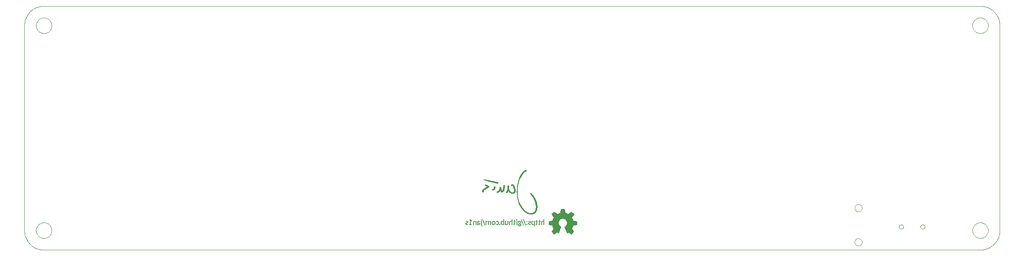
<source format=gbo>
G75*
G70*
%OFA0B0*%
%FSLAX24Y24*%
%IPPOS*%
%LPD*%
%AMOC8*
5,1,8,0,0,1.08239X$1,22.5*
%
%ADD10C,0.0000*%
%ADD11C,0.0060*%
%ADD12R,0.0003X0.0003*%
%ADD13R,0.0008X0.0003*%
%ADD14R,0.0005X0.0003*%
%ADD15R,0.0015X0.0003*%
%ADD16R,0.0020X0.0003*%
%ADD17R,0.0010X0.0003*%
%ADD18R,0.0018X0.0003*%
%ADD19R,0.0067X0.0003*%
%ADD20R,0.0013X0.0003*%
%ADD21R,0.0045X0.0003*%
%ADD22R,0.0077X0.0003*%
%ADD23R,0.0030X0.0003*%
%ADD24R,0.0032X0.0003*%
%ADD25R,0.0022X0.0003*%
%ADD26R,0.0127X0.0003*%
%ADD27R,0.0140X0.0003*%
%ADD28R,0.0025X0.0003*%
%ADD29R,0.0043X0.0003*%
%ADD30R,0.0053X0.0003*%
%ADD31R,0.0088X0.0003*%
%ADD32R,0.0035X0.0003*%
%ADD33R,0.0055X0.0003*%
%ADD34R,0.0040X0.0003*%
%ADD35R,0.0080X0.0003*%
%ADD36R,0.0065X0.0003*%
%ADD37R,0.0090X0.0003*%
%ADD38R,0.0143X0.0003*%
%ADD39R,0.0248X0.0003*%
%ADD40R,0.0293X0.0003*%
%ADD41R,0.0257X0.0003*%
%ADD42R,0.0037X0.0003*%
%ADD43R,0.0262X0.0003*%
%ADD44R,0.0027X0.0003*%
%ADD45R,0.0280X0.0003*%
%ADD46R,0.0070X0.0003*%
%ADD47R,0.0440X0.0003*%
%ADD48R,0.0315X0.0003*%
%ADD49R,0.0085X0.0003*%
%ADD50R,0.0330X0.0003*%
%ADD51R,0.0323X0.0003*%
%ADD52R,0.0107X0.0003*%
%ADD53R,0.0057X0.0003*%
%ADD54R,0.0490X0.0003*%
%ADD55R,0.0360X0.0003*%
%ADD56R,0.0512X0.0003*%
%ADD57R,0.0390X0.0003*%
%ADD58R,0.0565X0.0003*%
%ADD59R,0.0325X0.0003*%
%ADD60R,0.0168X0.0003*%
%ADD61R,0.0307X0.0003*%
%ADD62R,0.0152X0.0003*%
%ADD63R,0.0272X0.0003*%
%ADD64R,0.0132X0.0003*%
%ADD65R,0.0147X0.0003*%
%ADD66R,0.0243X0.0003*%
%ADD67R,0.0125X0.0003*%
%ADD68R,0.0240X0.0003*%
%ADD69R,0.0130X0.0003*%
%ADD70R,0.0225X0.0003*%
%ADD71R,0.0083X0.0003*%
%ADD72R,0.0222X0.0003*%
%ADD73R,0.0217X0.0003*%
%ADD74R,0.0120X0.0003*%
%ADD75R,0.0215X0.0003*%
%ADD76R,0.0118X0.0003*%
%ADD77R,0.0205X0.0003*%
%ADD78R,0.0103X0.0003*%
%ADD79R,0.0210X0.0003*%
%ADD80R,0.0097X0.0003*%
%ADD81R,0.0198X0.0003*%
%ADD82R,0.0100X0.0003*%
%ADD83R,0.0190X0.0003*%
%ADD84R,0.0187X0.0003*%
%ADD85R,0.0192X0.0003*%
%ADD86R,0.0170X0.0003*%
%ADD87R,0.0173X0.0003*%
%ADD88R,0.0182X0.0003*%
%ADD89R,0.0180X0.0003*%
%ADD90R,0.0047X0.0003*%
%ADD91R,0.0165X0.0003*%
%ADD92R,0.0163X0.0003*%
%ADD93R,0.0160X0.0003*%
%ADD94R,0.0158X0.0003*%
%ADD95R,0.0155X0.0003*%
%ADD96R,0.0092X0.0003*%
%ADD97R,0.0150X0.0003*%
%ADD98R,0.0105X0.0003*%
%ADD99R,0.0115X0.0003*%
%ADD100R,0.0145X0.0003*%
%ADD101R,0.0138X0.0003*%
%ADD102R,0.0135X0.0003*%
%ADD103R,0.0075X0.0003*%
%ADD104R,0.0063X0.0003*%
%ADD105R,0.0060X0.0003*%
%ADD106R,0.0050X0.0003*%
%ADD107R,0.0123X0.0003*%
%ADD108R,0.0112X0.0003*%
%ADD109R,0.0110X0.0003*%
%ADD110R,0.0073X0.0003*%
%ADD111R,0.0095X0.0003*%
%ADD112R,0.0185X0.0003*%
%ADD113R,0.0208X0.0003*%
%ADD114R,0.0235X0.0003*%
%ADD115R,0.0260X0.0003*%
%ADD116R,0.0267X0.0003*%
%ADD117R,0.0283X0.0003*%
%ADD118R,0.0295X0.0003*%
%ADD119R,0.0302X0.0003*%
%ADD120R,0.0320X0.0003*%
%ADD121R,0.0333X0.0003*%
%ADD122R,0.0338X0.0003*%
%ADD123R,0.0343X0.0003*%
%ADD124R,0.0350X0.0003*%
%ADD125R,0.0355X0.0003*%
%ADD126R,0.0365X0.0003*%
%ADD127R,0.0370X0.0003*%
%ADD128R,0.0375X0.0003*%
%ADD129R,0.0380X0.0003*%
%ADD130R,0.0382X0.0003*%
%ADD131R,0.0393X0.0003*%
%ADD132R,0.0398X0.0003*%
%ADD133R,0.0403X0.0003*%
%ADD134R,0.0405X0.0003*%
%ADD135R,0.0415X0.0003*%
%ADD136R,0.0177X0.0003*%
%ADD137R,0.0175X0.0003*%
%ADD138R,0.0195X0.0003*%
%ADD139R,0.0200X0.0003*%
%ADD140R,0.0203X0.0003*%
%ADD141R,0.0213X0.0003*%
%ADD142R,0.0220X0.0003*%
%ADD143R,0.0227X0.0003*%
%ADD144R,0.0230X0.0003*%
%ADD145R,0.0232X0.0003*%
%ADD146R,0.0238X0.0003*%
%ADD147R,0.0245X0.0003*%
%ADD148R,0.0250X0.0003*%
%ADD149R,0.0253X0.0003*%
%ADD150R,0.0255X0.0003*%
%ADD151R,0.0305X0.0003*%
%ADD152R,0.0318X0.0003*%
%ADD153R,0.0328X0.0003*%
%ADD154R,0.0335X0.0003*%
%ADD155R,0.0340X0.0003*%
%ADD156R,0.0352X0.0003*%
%ADD157R,0.0387X0.0003*%
%ADD158R,0.0410X0.0003*%
%ADD159R,0.0413X0.0003*%
%ADD160R,0.0430X0.0003*%
%ADD161R,0.0432X0.0003*%
%ADD162R,0.0428X0.0003*%
%ADD163R,0.0420X0.0003*%
%ADD164R,0.0435X0.0003*%
%ADD165R,0.0425X0.0003*%
%ADD166R,0.0423X0.0003*%
%ADD167R,0.0418X0.0003*%
%ADD168R,0.0372X0.0003*%
%ADD169R,0.0362X0.0003*%
%ADD170R,0.0348X0.0003*%
%ADD171R,0.0345X0.0003*%
%ADD172R,0.0310X0.0003*%
%ADD173R,0.0300X0.0003*%
%ADD174R,0.0297X0.0003*%
%ADD175R,0.0285X0.0003*%
%ADD176R,0.0278X0.0003*%
%ADD177R,0.0265X0.0003*%
%ADD178R,0.0050X0.0010*%
%ADD179R,0.0040X0.0010*%
%ADD180R,0.0130X0.0010*%
%ADD181R,0.0070X0.0010*%
%ADD182R,0.0180X0.0010*%
%ADD183R,0.0080X0.0010*%
%ADD184R,0.0210X0.0010*%
%ADD185R,0.0090X0.0010*%
%ADD186R,0.0060X0.0010*%
%ADD187R,0.0010X0.0010*%
%ADD188R,0.0030X0.0010*%
%ADD189R,0.0020X0.0010*%
%ADD190R,0.0220X0.0010*%
%ADD191R,0.0100X0.0010*%
%ADD192R,0.0110X0.0010*%
%ADD193R,0.0120X0.0010*%
%ADD194R,0.0140X0.0010*%
%ADD195R,0.0150X0.0010*%
%ADD196R,0.0200X0.0010*%
%ADD197R,0.0170X0.0010*%
%ADD198R,0.0190X0.0010*%
%ADD199R,0.0160X0.0010*%
D10*
X001725Y000937D02*
X077315Y000937D01*
X076685Y002512D02*
X076687Y002562D01*
X076693Y002612D01*
X076703Y002661D01*
X076717Y002709D01*
X076734Y002756D01*
X076755Y002801D01*
X076780Y002845D01*
X076808Y002886D01*
X076840Y002925D01*
X076874Y002962D01*
X076911Y002996D01*
X076951Y003026D01*
X076993Y003053D01*
X077037Y003077D01*
X077083Y003098D01*
X077130Y003114D01*
X077178Y003127D01*
X077228Y003136D01*
X077277Y003141D01*
X077328Y003142D01*
X077378Y003139D01*
X077427Y003132D01*
X077476Y003121D01*
X077524Y003106D01*
X077570Y003088D01*
X077615Y003066D01*
X077658Y003040D01*
X077699Y003011D01*
X077738Y002979D01*
X077774Y002944D01*
X077806Y002906D01*
X077836Y002866D01*
X077863Y002823D01*
X077886Y002779D01*
X077905Y002733D01*
X077921Y002685D01*
X077933Y002636D01*
X077941Y002587D01*
X077945Y002537D01*
X077945Y002487D01*
X077941Y002437D01*
X077933Y002388D01*
X077921Y002339D01*
X077905Y002291D01*
X077886Y002245D01*
X077863Y002201D01*
X077836Y002158D01*
X077806Y002118D01*
X077774Y002080D01*
X077738Y002045D01*
X077699Y002013D01*
X077658Y001984D01*
X077615Y001958D01*
X077570Y001936D01*
X077524Y001918D01*
X077476Y001903D01*
X077427Y001892D01*
X077378Y001885D01*
X077328Y001882D01*
X077277Y001883D01*
X077228Y001888D01*
X077178Y001897D01*
X077130Y001910D01*
X077083Y001926D01*
X077037Y001947D01*
X076993Y001971D01*
X076951Y001998D01*
X076911Y002028D01*
X076874Y002062D01*
X076840Y002099D01*
X076808Y002138D01*
X076780Y002179D01*
X076755Y002223D01*
X076734Y002268D01*
X076717Y002315D01*
X076703Y002363D01*
X076693Y002412D01*
X076687Y002462D01*
X076685Y002512D01*
X077315Y000937D02*
X077392Y000939D01*
X077469Y000945D01*
X077546Y000954D01*
X077622Y000967D01*
X077698Y000984D01*
X077772Y001005D01*
X077846Y001029D01*
X077918Y001057D01*
X077988Y001088D01*
X078057Y001123D01*
X078125Y001161D01*
X078190Y001202D01*
X078253Y001247D01*
X078314Y001295D01*
X078373Y001345D01*
X078429Y001398D01*
X078482Y001454D01*
X078532Y001513D01*
X078580Y001574D01*
X078625Y001637D01*
X078666Y001702D01*
X078704Y001770D01*
X078739Y001839D01*
X078770Y001909D01*
X078798Y001981D01*
X078822Y002055D01*
X078843Y002129D01*
X078860Y002205D01*
X078873Y002281D01*
X078882Y002358D01*
X078888Y002435D01*
X078890Y002512D01*
X078890Y019048D01*
X076685Y019048D02*
X076687Y019098D01*
X076693Y019148D01*
X076703Y019197D01*
X076717Y019245D01*
X076734Y019292D01*
X076755Y019337D01*
X076780Y019381D01*
X076808Y019422D01*
X076840Y019461D01*
X076874Y019498D01*
X076911Y019532D01*
X076951Y019562D01*
X076993Y019589D01*
X077037Y019613D01*
X077083Y019634D01*
X077130Y019650D01*
X077178Y019663D01*
X077228Y019672D01*
X077277Y019677D01*
X077328Y019678D01*
X077378Y019675D01*
X077427Y019668D01*
X077476Y019657D01*
X077524Y019642D01*
X077570Y019624D01*
X077615Y019602D01*
X077658Y019576D01*
X077699Y019547D01*
X077738Y019515D01*
X077774Y019480D01*
X077806Y019442D01*
X077836Y019402D01*
X077863Y019359D01*
X077886Y019315D01*
X077905Y019269D01*
X077921Y019221D01*
X077933Y019172D01*
X077941Y019123D01*
X077945Y019073D01*
X077945Y019023D01*
X077941Y018973D01*
X077933Y018924D01*
X077921Y018875D01*
X077905Y018827D01*
X077886Y018781D01*
X077863Y018737D01*
X077836Y018694D01*
X077806Y018654D01*
X077774Y018616D01*
X077738Y018581D01*
X077699Y018549D01*
X077658Y018520D01*
X077615Y018494D01*
X077570Y018472D01*
X077524Y018454D01*
X077476Y018439D01*
X077427Y018428D01*
X077378Y018421D01*
X077328Y018418D01*
X077277Y018419D01*
X077228Y018424D01*
X077178Y018433D01*
X077130Y018446D01*
X077083Y018462D01*
X077037Y018483D01*
X076993Y018507D01*
X076951Y018534D01*
X076911Y018564D01*
X076874Y018598D01*
X076840Y018635D01*
X076808Y018674D01*
X076780Y018715D01*
X076755Y018759D01*
X076734Y018804D01*
X076717Y018851D01*
X076703Y018899D01*
X076693Y018948D01*
X076687Y018998D01*
X076685Y019048D01*
X077315Y020623D02*
X077392Y020621D01*
X077469Y020615D01*
X077546Y020606D01*
X077622Y020593D01*
X077698Y020576D01*
X077772Y020555D01*
X077846Y020531D01*
X077918Y020503D01*
X077988Y020472D01*
X078057Y020437D01*
X078125Y020399D01*
X078190Y020358D01*
X078253Y020313D01*
X078314Y020265D01*
X078373Y020215D01*
X078429Y020162D01*
X078482Y020106D01*
X078532Y020047D01*
X078580Y019986D01*
X078625Y019923D01*
X078666Y019858D01*
X078704Y019790D01*
X078739Y019721D01*
X078770Y019651D01*
X078798Y019579D01*
X078822Y019505D01*
X078843Y019431D01*
X078860Y019355D01*
X078873Y019279D01*
X078882Y019202D01*
X078888Y019125D01*
X078890Y019048D01*
X077315Y020622D02*
X001725Y020622D01*
X001095Y019048D02*
X001097Y019098D01*
X001103Y019148D01*
X001113Y019197D01*
X001127Y019245D01*
X001144Y019292D01*
X001165Y019337D01*
X001190Y019381D01*
X001218Y019422D01*
X001250Y019461D01*
X001284Y019498D01*
X001321Y019532D01*
X001361Y019562D01*
X001403Y019589D01*
X001447Y019613D01*
X001493Y019634D01*
X001540Y019650D01*
X001588Y019663D01*
X001638Y019672D01*
X001687Y019677D01*
X001738Y019678D01*
X001788Y019675D01*
X001837Y019668D01*
X001886Y019657D01*
X001934Y019642D01*
X001980Y019624D01*
X002025Y019602D01*
X002068Y019576D01*
X002109Y019547D01*
X002148Y019515D01*
X002184Y019480D01*
X002216Y019442D01*
X002246Y019402D01*
X002273Y019359D01*
X002296Y019315D01*
X002315Y019269D01*
X002331Y019221D01*
X002343Y019172D01*
X002351Y019123D01*
X002355Y019073D01*
X002355Y019023D01*
X002351Y018973D01*
X002343Y018924D01*
X002331Y018875D01*
X002315Y018827D01*
X002296Y018781D01*
X002273Y018737D01*
X002246Y018694D01*
X002216Y018654D01*
X002184Y018616D01*
X002148Y018581D01*
X002109Y018549D01*
X002068Y018520D01*
X002025Y018494D01*
X001980Y018472D01*
X001934Y018454D01*
X001886Y018439D01*
X001837Y018428D01*
X001788Y018421D01*
X001738Y018418D01*
X001687Y018419D01*
X001638Y018424D01*
X001588Y018433D01*
X001540Y018446D01*
X001493Y018462D01*
X001447Y018483D01*
X001403Y018507D01*
X001361Y018534D01*
X001321Y018564D01*
X001284Y018598D01*
X001250Y018635D01*
X001218Y018674D01*
X001190Y018715D01*
X001165Y018759D01*
X001144Y018804D01*
X001127Y018851D01*
X001113Y018899D01*
X001103Y018948D01*
X001097Y018998D01*
X001095Y019048D01*
X000150Y019048D02*
X000152Y019125D01*
X000158Y019202D01*
X000167Y019279D01*
X000180Y019355D01*
X000197Y019431D01*
X000218Y019505D01*
X000242Y019579D01*
X000270Y019651D01*
X000301Y019721D01*
X000336Y019790D01*
X000374Y019858D01*
X000415Y019923D01*
X000460Y019986D01*
X000508Y020047D01*
X000558Y020106D01*
X000611Y020162D01*
X000667Y020215D01*
X000726Y020265D01*
X000787Y020313D01*
X000850Y020358D01*
X000915Y020399D01*
X000983Y020437D01*
X001052Y020472D01*
X001122Y020503D01*
X001194Y020531D01*
X001268Y020555D01*
X001342Y020576D01*
X001418Y020593D01*
X001494Y020606D01*
X001571Y020615D01*
X001648Y020621D01*
X001725Y020623D01*
X000150Y019048D02*
X000150Y002512D01*
X001095Y002512D02*
X001097Y002562D01*
X001103Y002612D01*
X001113Y002661D01*
X001127Y002709D01*
X001144Y002756D01*
X001165Y002801D01*
X001190Y002845D01*
X001218Y002886D01*
X001250Y002925D01*
X001284Y002962D01*
X001321Y002996D01*
X001361Y003026D01*
X001403Y003053D01*
X001447Y003077D01*
X001493Y003098D01*
X001540Y003114D01*
X001588Y003127D01*
X001638Y003136D01*
X001687Y003141D01*
X001738Y003142D01*
X001788Y003139D01*
X001837Y003132D01*
X001886Y003121D01*
X001934Y003106D01*
X001980Y003088D01*
X002025Y003066D01*
X002068Y003040D01*
X002109Y003011D01*
X002148Y002979D01*
X002184Y002944D01*
X002216Y002906D01*
X002246Y002866D01*
X002273Y002823D01*
X002296Y002779D01*
X002315Y002733D01*
X002331Y002685D01*
X002343Y002636D01*
X002351Y002587D01*
X002355Y002537D01*
X002355Y002487D01*
X002351Y002437D01*
X002343Y002388D01*
X002331Y002339D01*
X002315Y002291D01*
X002296Y002245D01*
X002273Y002201D01*
X002246Y002158D01*
X002216Y002118D01*
X002184Y002080D01*
X002148Y002045D01*
X002109Y002013D01*
X002068Y001984D01*
X002025Y001958D01*
X001980Y001936D01*
X001934Y001918D01*
X001886Y001903D01*
X001837Y001892D01*
X001788Y001885D01*
X001738Y001882D01*
X001687Y001883D01*
X001638Y001888D01*
X001588Y001897D01*
X001540Y001910D01*
X001493Y001926D01*
X001447Y001947D01*
X001403Y001971D01*
X001361Y001998D01*
X001321Y002028D01*
X001284Y002062D01*
X001250Y002099D01*
X001218Y002138D01*
X001190Y002179D01*
X001165Y002223D01*
X001144Y002268D01*
X001127Y002315D01*
X001113Y002363D01*
X001103Y002412D01*
X001097Y002462D01*
X001095Y002512D01*
X000150Y002512D02*
X000152Y002435D01*
X000158Y002358D01*
X000167Y002281D01*
X000180Y002205D01*
X000197Y002129D01*
X000218Y002055D01*
X000242Y001981D01*
X000270Y001909D01*
X000301Y001839D01*
X000336Y001770D01*
X000374Y001702D01*
X000415Y001637D01*
X000460Y001574D01*
X000508Y001513D01*
X000558Y001454D01*
X000611Y001398D01*
X000667Y001345D01*
X000726Y001295D01*
X000787Y001247D01*
X000850Y001202D01*
X000915Y001161D01*
X000983Y001123D01*
X001052Y001088D01*
X001122Y001057D01*
X001194Y001029D01*
X001268Y001005D01*
X001342Y000984D01*
X001418Y000967D01*
X001494Y000954D01*
X001571Y000945D01*
X001648Y000939D01*
X001725Y000937D01*
X067178Y001567D02*
X067180Y001601D01*
X067186Y001635D01*
X067196Y001668D01*
X067209Y001699D01*
X067227Y001729D01*
X067247Y001757D01*
X067271Y001782D01*
X067297Y001804D01*
X067325Y001822D01*
X067356Y001838D01*
X067388Y001850D01*
X067422Y001858D01*
X067456Y001862D01*
X067490Y001862D01*
X067524Y001858D01*
X067558Y001850D01*
X067590Y001838D01*
X067620Y001822D01*
X067649Y001804D01*
X067675Y001782D01*
X067699Y001757D01*
X067719Y001729D01*
X067737Y001699D01*
X067750Y001668D01*
X067760Y001635D01*
X067766Y001601D01*
X067768Y001567D01*
X067766Y001533D01*
X067760Y001499D01*
X067750Y001466D01*
X067737Y001435D01*
X067719Y001405D01*
X067699Y001377D01*
X067675Y001352D01*
X067649Y001330D01*
X067621Y001312D01*
X067590Y001296D01*
X067558Y001284D01*
X067524Y001276D01*
X067490Y001272D01*
X067456Y001272D01*
X067422Y001276D01*
X067388Y001284D01*
X067356Y001296D01*
X067325Y001312D01*
X067297Y001330D01*
X067271Y001352D01*
X067247Y001377D01*
X067227Y001405D01*
X067209Y001435D01*
X067196Y001466D01*
X067186Y001499D01*
X067180Y001533D01*
X067178Y001567D01*
X070760Y002807D02*
X070762Y002833D01*
X070768Y002859D01*
X070778Y002884D01*
X070791Y002907D01*
X070807Y002927D01*
X070827Y002945D01*
X070849Y002960D01*
X070872Y002972D01*
X070898Y002980D01*
X070924Y002984D01*
X070950Y002984D01*
X070976Y002980D01*
X071002Y002972D01*
X071026Y002960D01*
X071047Y002945D01*
X071067Y002927D01*
X071083Y002907D01*
X071096Y002884D01*
X071106Y002859D01*
X071112Y002833D01*
X071114Y002807D01*
X071112Y002781D01*
X071106Y002755D01*
X071096Y002730D01*
X071083Y002707D01*
X071067Y002687D01*
X071047Y002669D01*
X071025Y002654D01*
X071002Y002642D01*
X070976Y002634D01*
X070950Y002630D01*
X070924Y002630D01*
X070898Y002634D01*
X070872Y002642D01*
X070848Y002654D01*
X070827Y002669D01*
X070807Y002687D01*
X070791Y002707D01*
X070778Y002730D01*
X070768Y002755D01*
X070762Y002781D01*
X070760Y002807D01*
X072493Y002807D02*
X072495Y002833D01*
X072501Y002859D01*
X072511Y002884D01*
X072524Y002907D01*
X072540Y002927D01*
X072560Y002945D01*
X072582Y002960D01*
X072605Y002972D01*
X072631Y002980D01*
X072657Y002984D01*
X072683Y002984D01*
X072709Y002980D01*
X072735Y002972D01*
X072759Y002960D01*
X072780Y002945D01*
X072800Y002927D01*
X072816Y002907D01*
X072829Y002884D01*
X072839Y002859D01*
X072845Y002833D01*
X072847Y002807D01*
X072845Y002781D01*
X072839Y002755D01*
X072829Y002730D01*
X072816Y002707D01*
X072800Y002687D01*
X072780Y002669D01*
X072758Y002654D01*
X072735Y002642D01*
X072709Y002634D01*
X072683Y002630D01*
X072657Y002630D01*
X072631Y002634D01*
X072605Y002642D01*
X072581Y002654D01*
X072560Y002669D01*
X072540Y002687D01*
X072524Y002707D01*
X072511Y002730D01*
X072501Y002755D01*
X072495Y002781D01*
X072493Y002807D01*
X067178Y004323D02*
X067180Y004357D01*
X067186Y004391D01*
X067196Y004424D01*
X067209Y004455D01*
X067227Y004485D01*
X067247Y004513D01*
X067271Y004538D01*
X067297Y004560D01*
X067325Y004578D01*
X067356Y004594D01*
X067388Y004606D01*
X067422Y004614D01*
X067456Y004618D01*
X067490Y004618D01*
X067524Y004614D01*
X067558Y004606D01*
X067590Y004594D01*
X067620Y004578D01*
X067649Y004560D01*
X067675Y004538D01*
X067699Y004513D01*
X067719Y004485D01*
X067737Y004455D01*
X067750Y004424D01*
X067760Y004391D01*
X067766Y004357D01*
X067768Y004323D01*
X067766Y004289D01*
X067760Y004255D01*
X067750Y004222D01*
X067737Y004191D01*
X067719Y004161D01*
X067699Y004133D01*
X067675Y004108D01*
X067649Y004086D01*
X067621Y004068D01*
X067590Y004052D01*
X067558Y004040D01*
X067524Y004032D01*
X067490Y004028D01*
X067456Y004028D01*
X067422Y004032D01*
X067388Y004040D01*
X067356Y004052D01*
X067325Y004068D01*
X067297Y004086D01*
X067271Y004108D01*
X067247Y004133D01*
X067227Y004161D01*
X067209Y004191D01*
X067196Y004222D01*
X067186Y004255D01*
X067180Y004289D01*
X067178Y004323D01*
D11*
X044737Y003227D02*
X044737Y002967D01*
X044437Y002917D01*
X044415Y002926D02*
X043956Y002926D01*
X043937Y002868D02*
X044367Y002868D01*
X044387Y002917D02*
X044287Y002667D01*
X044437Y002417D01*
X044287Y002267D01*
X044087Y002417D01*
X043987Y002367D01*
X043837Y002767D01*
X043937Y002867D01*
X044037Y003167D01*
X043887Y003417D01*
X043937Y003417D01*
X043637Y003517D01*
X043387Y003467D01*
X043237Y003217D01*
X043237Y002967D01*
X043437Y002767D01*
X043237Y002367D01*
X043137Y002417D01*
X042937Y002267D01*
X042787Y002417D01*
X042937Y002617D01*
X042837Y002967D01*
X042537Y002967D01*
X042537Y003217D01*
X042837Y003267D01*
X042937Y003517D01*
X042787Y003817D01*
X042937Y003917D01*
X043187Y003767D01*
X043487Y003867D01*
X043487Y004167D01*
X043737Y004167D01*
X043787Y003917D01*
X043737Y003917D01*
X044037Y003767D01*
X044337Y003917D01*
X044487Y003767D01*
X044287Y003567D01*
X044387Y003267D01*
X044687Y003217D01*
X044687Y002967D01*
X044687Y003017D01*
X044387Y002917D01*
X044344Y002809D02*
X043879Y002809D01*
X043843Y002751D02*
X044320Y002751D01*
X044297Y002692D02*
X043865Y002692D01*
X043886Y002634D02*
X044306Y002634D01*
X044337Y002647D02*
X044497Y002407D01*
X044317Y002217D01*
X044077Y002387D01*
X043977Y002327D01*
X043777Y002777D01*
X043908Y002575D02*
X044342Y002575D01*
X044377Y002517D02*
X043930Y002517D01*
X043952Y002458D02*
X044412Y002458D01*
X044420Y002400D02*
X044109Y002400D01*
X044053Y002400D02*
X043974Y002400D01*
X044187Y002341D02*
X044361Y002341D01*
X044303Y002283D02*
X044265Y002283D01*
X043457Y002777D02*
X043267Y002327D01*
X043167Y002387D01*
X042927Y002217D01*
X042737Y002407D01*
X042907Y002647D01*
X042932Y002634D02*
X043370Y002634D01*
X043399Y002692D02*
X042915Y002692D01*
X042898Y002751D02*
X043429Y002751D01*
X043394Y002809D02*
X042882Y002809D01*
X042865Y002868D02*
X043336Y002868D01*
X043277Y002926D02*
X042848Y002926D01*
X042807Y002917D02*
X042507Y002967D01*
X042507Y003227D01*
X042807Y003287D01*
X042841Y003277D02*
X043273Y003277D01*
X043238Y003219D02*
X042549Y003219D01*
X042537Y003160D02*
X043237Y003160D01*
X043237Y003102D02*
X042537Y003102D01*
X042537Y003043D02*
X043237Y003043D01*
X043237Y002985D02*
X042537Y002985D01*
X042864Y003336D02*
X043308Y003336D01*
X043343Y003394D02*
X042888Y003394D01*
X042911Y003453D02*
X043378Y003453D01*
X043609Y003511D02*
X042934Y003511D01*
X042917Y003537D02*
X042737Y003797D01*
X042927Y003977D01*
X043187Y003797D01*
X043125Y003804D02*
X042793Y003804D01*
X042822Y003745D02*
X044465Y003745D01*
X044450Y003804D02*
X044111Y003804D01*
X044057Y003797D02*
X044317Y003977D01*
X044507Y003797D01*
X044327Y003537D01*
X044305Y003511D02*
X043653Y003511D01*
X043829Y003453D02*
X044325Y003453D01*
X044344Y003394D02*
X043900Y003394D01*
X043935Y003336D02*
X044364Y003336D01*
X044383Y003277D02*
X043970Y003277D01*
X044005Y003219D02*
X044675Y003219D01*
X044687Y003160D02*
X044034Y003160D01*
X044015Y003102D02*
X044687Y003102D01*
X044687Y003043D02*
X043995Y003043D01*
X043976Y002985D02*
X044591Y002985D01*
X044737Y003227D02*
X044437Y003287D01*
X044053Y003800D02*
X044008Y003825D01*
X043961Y003848D01*
X043913Y003867D01*
X043864Y003884D01*
X043814Y003897D01*
X043807Y003897D02*
X043757Y004217D01*
X043487Y004217D01*
X043437Y003897D01*
X043473Y003862D02*
X043846Y003862D01*
X043786Y003921D02*
X043487Y003921D01*
X043487Y003979D02*
X043774Y003979D01*
X043762Y004038D02*
X043487Y004038D01*
X043487Y004096D02*
X043751Y004096D01*
X043739Y004155D02*
X043487Y004155D01*
X043298Y003804D02*
X043963Y003804D01*
X044228Y003862D02*
X044391Y003862D01*
X044407Y003687D02*
X042852Y003687D01*
X042881Y003628D02*
X044348Y003628D01*
X044290Y003570D02*
X042910Y003570D01*
X042855Y003862D02*
X043027Y003862D01*
X043457Y002787D02*
X043424Y002805D01*
X043394Y002826D01*
X043365Y002850D01*
X043339Y002877D01*
X043317Y002906D01*
X043297Y002938D01*
X043280Y002971D01*
X043267Y003006D01*
X043258Y003042D01*
X043252Y003079D01*
X043250Y003116D01*
X043252Y003153D01*
X043257Y003190D01*
X043267Y003226D01*
X043279Y003261D01*
X043296Y003295D01*
X043315Y003326D01*
X043338Y003356D01*
X043364Y003383D01*
X043392Y003407D01*
X043423Y003428D01*
X043455Y003446D01*
X043489Y003461D01*
X043525Y003472D01*
X043561Y003480D01*
X043598Y003484D01*
X043636Y003484D01*
X043673Y003480D01*
X043709Y003472D01*
X043745Y003461D01*
X043779Y003446D01*
X043811Y003428D01*
X043842Y003407D01*
X043870Y003383D01*
X043896Y003356D01*
X043919Y003326D01*
X043938Y003295D01*
X043955Y003261D01*
X043967Y003226D01*
X043977Y003190D01*
X043982Y003153D01*
X043984Y003116D01*
X043982Y003079D01*
X043976Y003042D01*
X043967Y003006D01*
X043954Y002971D01*
X043937Y002938D01*
X043917Y002906D01*
X043895Y002877D01*
X043869Y002850D01*
X043840Y002826D01*
X043810Y002805D01*
X043777Y002787D01*
X042906Y002647D02*
X042883Y002688D01*
X042862Y002731D01*
X042844Y002776D01*
X042829Y002821D01*
X042816Y002867D01*
X042806Y002914D01*
X042808Y003287D02*
X042823Y003339D01*
X042842Y003390D01*
X042864Y003440D01*
X042889Y003488D01*
X042918Y003535D01*
X043183Y003798D02*
X043230Y003825D01*
X043279Y003848D01*
X043329Y003868D01*
X043380Y003885D01*
X043432Y003899D01*
X044326Y003532D02*
X044353Y003485D01*
X044377Y003438D01*
X044398Y003389D01*
X044416Y003338D01*
X044430Y003287D01*
X044436Y002916D02*
X044423Y002860D01*
X044406Y002805D01*
X044385Y002752D01*
X044361Y002700D01*
X044333Y002650D01*
X043341Y002575D02*
X042905Y002575D01*
X042862Y002517D02*
X043312Y002517D01*
X043282Y002458D02*
X042818Y002458D01*
X042804Y002400D02*
X043114Y002400D01*
X043171Y002400D02*
X043253Y002400D01*
X043036Y002341D02*
X042862Y002341D01*
X042921Y002283D02*
X042958Y002283D01*
D12*
X041340Y003863D03*
X041315Y003861D03*
X041313Y003863D03*
X041315Y003866D03*
X041303Y003848D03*
X041303Y003846D03*
X041295Y003848D03*
X041290Y003841D03*
X041283Y003836D03*
X041283Y003833D03*
X041260Y003831D03*
X041245Y003828D03*
X041248Y003821D03*
X041243Y003818D03*
X041238Y003816D03*
X041230Y003816D03*
X041225Y003816D03*
X041225Y003821D03*
X041218Y003811D03*
X041213Y003811D03*
X041205Y003808D03*
X041198Y003811D03*
X041193Y003811D03*
X041198Y003801D03*
X041183Y003803D03*
X041180Y003806D03*
X041178Y003803D03*
X041175Y003798D03*
X041170Y003801D03*
X041168Y003803D03*
X041163Y003801D03*
X041153Y003801D03*
X041150Y003803D03*
X041145Y003803D03*
X041145Y003796D03*
X041138Y003801D03*
X041130Y003803D03*
X041130Y003806D03*
X041133Y003808D03*
X041125Y003811D03*
X041120Y003803D03*
X041115Y003801D03*
X041108Y003806D03*
X041103Y003803D03*
X041103Y003811D03*
X041098Y003813D03*
X041100Y003818D03*
X041100Y003821D03*
X041095Y003821D03*
X041095Y003818D03*
X041090Y003816D03*
X041090Y003821D03*
X041080Y003811D03*
X041075Y003813D03*
X041073Y003816D03*
X041065Y003823D03*
X041060Y003821D03*
X041055Y003821D03*
X041053Y003823D03*
X041048Y003821D03*
X041040Y003813D03*
X041043Y003811D03*
X041043Y003808D03*
X041045Y003801D03*
X041035Y003813D03*
X041035Y003816D03*
X041030Y003823D03*
X041030Y003826D03*
X041025Y003821D03*
X041020Y003823D03*
X041018Y003818D03*
X041013Y003811D03*
X041005Y003811D03*
X041003Y003816D03*
X041003Y003823D03*
X041008Y003823D03*
X040998Y003823D03*
X040990Y003823D03*
X040988Y003826D03*
X040993Y003831D03*
X040985Y003833D03*
X040985Y003836D03*
X040978Y003836D03*
X040973Y003831D03*
X040965Y003831D03*
X040958Y003826D03*
X040953Y003826D03*
X040948Y003823D03*
X040945Y003821D03*
X040943Y003831D03*
X040950Y003836D03*
X040935Y003843D03*
X040933Y003838D03*
X040928Y003838D03*
X040925Y003836D03*
X040920Y003833D03*
X040915Y003831D03*
X040908Y003831D03*
X040908Y003841D03*
X040905Y003848D03*
X040895Y003838D03*
X040898Y003836D03*
X040898Y003831D03*
X040893Y003826D03*
X040890Y003828D03*
X040883Y003831D03*
X040883Y003838D03*
X040888Y003841D03*
X040875Y003831D03*
X040868Y003826D03*
X040865Y003828D03*
X040863Y003833D03*
X040865Y003836D03*
X040860Y003838D03*
X040858Y003843D03*
X040853Y003843D03*
X040853Y003838D03*
X040853Y003836D03*
X040855Y003833D03*
X040858Y003831D03*
X040845Y003833D03*
X040843Y003836D03*
X040845Y003846D03*
X040840Y003848D03*
X040830Y003841D03*
X040833Y003838D03*
X040825Y003838D03*
X040813Y003841D03*
X040810Y003846D03*
X040808Y003853D03*
X040813Y003853D03*
X040813Y003856D03*
X040810Y003858D03*
X040805Y003858D03*
X040798Y003858D03*
X040798Y003856D03*
X040793Y003861D03*
X040790Y003863D03*
X040788Y003866D03*
X040785Y003868D03*
X040785Y003871D03*
X040783Y003873D03*
X040780Y003871D03*
X040775Y003871D03*
X040783Y003866D03*
X040795Y003871D03*
X040808Y003881D03*
X040810Y003866D03*
X040820Y003861D03*
X040820Y003851D03*
X040865Y003846D03*
X040870Y003841D03*
X040923Y003828D03*
X040923Y003826D03*
X040928Y003821D03*
X040920Y003816D03*
X040940Y003811D03*
X040953Y003813D03*
X040973Y003813D03*
X040973Y003816D03*
X040978Y003818D03*
X040978Y003813D03*
X040980Y003811D03*
X040983Y003813D03*
X040993Y003808D03*
X041005Y003833D03*
X041010Y003833D03*
X041015Y003831D03*
X040985Y003846D03*
X040985Y003848D03*
X040970Y003838D03*
X040980Y003878D03*
X040973Y003881D03*
X040958Y003883D03*
X041015Y003881D03*
X041028Y003881D03*
X041058Y003816D03*
X041063Y003811D03*
X041065Y003806D03*
X041078Y003801D03*
X041085Y003801D03*
X041085Y003798D03*
X041085Y003796D03*
X041093Y003796D03*
X041093Y003793D03*
X041093Y003791D03*
X041093Y003801D03*
X041093Y003806D03*
X041133Y003791D03*
X041173Y003806D03*
X041183Y003796D03*
X041190Y003836D03*
X040788Y003888D03*
X040785Y003891D03*
X040765Y003883D03*
X040765Y003881D03*
X040763Y003886D03*
X040760Y003888D03*
X040758Y003886D03*
X040753Y003886D03*
X040745Y003893D03*
X040743Y003896D03*
X040750Y003898D03*
X040753Y003906D03*
X040750Y003908D03*
X040745Y003908D03*
X040740Y003911D03*
X040738Y003913D03*
X040735Y003916D03*
X040735Y003918D03*
X040730Y003918D03*
X040730Y003913D03*
X040733Y003911D03*
X040733Y003908D03*
X040730Y003906D03*
X040728Y003908D03*
X040723Y003908D03*
X040718Y003911D03*
X040718Y003896D03*
X040728Y003891D03*
X040738Y003906D03*
X040740Y003921D03*
X040745Y003921D03*
X040750Y003921D03*
X040745Y003928D03*
X040748Y003936D03*
X040753Y003931D03*
X040755Y003948D03*
X040755Y003951D03*
X040760Y003948D03*
X040773Y003943D03*
X040775Y003941D03*
X040788Y003936D03*
X040758Y003901D03*
X040765Y003873D03*
X040728Y003923D03*
X040728Y003926D03*
X040728Y003928D03*
X040718Y003931D03*
X040715Y003928D03*
X040710Y003928D03*
X040710Y003933D03*
X040705Y003933D03*
X040700Y003933D03*
X040695Y003926D03*
X040690Y003923D03*
X040693Y003921D03*
X040685Y003923D03*
X040685Y003926D03*
X040685Y003928D03*
X040680Y003921D03*
X040675Y003921D03*
X040675Y003918D03*
X040670Y003916D03*
X040670Y003923D03*
X040670Y003926D03*
X040678Y003933D03*
X040678Y003936D03*
X040690Y003936D03*
X040668Y003943D03*
X040663Y003941D03*
X040665Y003936D03*
X040660Y003933D03*
X040653Y003936D03*
X040653Y003938D03*
X040648Y003941D03*
X040645Y003943D03*
X040645Y003948D03*
X040640Y003948D03*
X040635Y003948D03*
X040650Y003951D03*
X040653Y003948D03*
X040658Y003951D03*
X040665Y003951D03*
X040673Y003956D03*
X040680Y003958D03*
X040700Y003966D03*
X040708Y003966D03*
X040715Y003956D03*
X040720Y003968D03*
X040730Y003966D03*
X040740Y003956D03*
X040745Y003956D03*
X040735Y003938D03*
X040695Y003906D03*
X040650Y003931D03*
X040620Y003963D03*
X040613Y003971D03*
X040600Y003971D03*
X040595Y003971D03*
X040598Y003966D03*
X040600Y003963D03*
X040610Y003958D03*
X040585Y003971D03*
X040580Y003983D03*
X040575Y003983D03*
X040565Y004001D03*
X040560Y003998D03*
X040555Y003998D03*
X040553Y004003D03*
X040550Y004008D03*
X040545Y004008D03*
X040545Y004013D03*
X040540Y004018D03*
X040543Y004021D03*
X040543Y004026D03*
X040548Y004026D03*
X040540Y004041D03*
X040528Y004036D03*
X040525Y004028D03*
X040525Y004026D03*
X040528Y004023D03*
X040515Y004033D03*
X040518Y004043D03*
X040523Y004046D03*
X040523Y004048D03*
X040520Y004051D03*
X040515Y004061D03*
X040510Y004061D03*
X040510Y004058D03*
X040508Y004053D03*
X040508Y004063D03*
X040503Y004063D03*
X040503Y004066D03*
X040498Y004066D03*
X040503Y004073D03*
X040505Y004076D03*
X040508Y004073D03*
X040508Y004071D03*
X040513Y004073D03*
X040515Y004083D03*
X040508Y004086D03*
X040503Y004088D03*
X040503Y004083D03*
X040500Y004081D03*
X040495Y004091D03*
X040490Y004093D03*
X040488Y004101D03*
X040495Y004108D03*
X040493Y004111D03*
X040493Y004113D03*
X040498Y004113D03*
X040503Y004118D03*
X040508Y004118D03*
X040510Y004121D03*
X040510Y004123D03*
X040513Y004118D03*
X040513Y004131D03*
X040508Y004131D03*
X040500Y004138D03*
X040493Y004131D03*
X040488Y004138D03*
X040480Y004141D03*
X040475Y004141D03*
X040473Y004138D03*
X040473Y004136D03*
X040473Y004133D03*
X040473Y004131D03*
X040478Y004133D03*
X040483Y004123D03*
X040483Y004116D03*
X040478Y004111D03*
X040470Y004111D03*
X040470Y004113D03*
X040470Y004116D03*
X040473Y004121D03*
X040463Y004111D03*
X040468Y004103D03*
X040473Y004103D03*
X040475Y004096D03*
X040473Y004091D03*
X040463Y004086D03*
X040453Y004118D03*
X040455Y004123D03*
X040460Y004128D03*
X040465Y004133D03*
X040453Y004133D03*
X040448Y004133D03*
X040445Y004131D03*
X040445Y004128D03*
X040438Y004131D03*
X040435Y004128D03*
X040435Y004141D03*
X040435Y004143D03*
X040430Y004143D03*
X040425Y004146D03*
X040418Y004141D03*
X040415Y004143D03*
X040410Y004153D03*
X040408Y004158D03*
X040413Y004161D03*
X040413Y004163D03*
X040413Y004166D03*
X040410Y004173D03*
X040415Y004181D03*
X040415Y004188D03*
X040413Y004198D03*
X040395Y004196D03*
X040385Y004196D03*
X040385Y004198D03*
X040380Y004198D03*
X040375Y004196D03*
X040373Y004193D03*
X040373Y004191D03*
X040375Y004183D03*
X040383Y004183D03*
X040385Y004186D03*
X040385Y004191D03*
X040383Y004193D03*
X040390Y004183D03*
X040393Y004176D03*
X040398Y004178D03*
X040385Y004173D03*
X040385Y004206D03*
X040380Y004206D03*
X040378Y004213D03*
X040373Y004213D03*
X040373Y004211D03*
X040375Y004218D03*
X040375Y004228D03*
X040375Y004231D03*
X040370Y004231D03*
X040370Y004233D03*
X040375Y004236D03*
X040363Y004231D03*
X040363Y004226D03*
X040363Y004221D03*
X040355Y004228D03*
X040353Y004231D03*
X040348Y004226D03*
X040355Y004238D03*
X040358Y004241D03*
X040358Y004243D03*
X040355Y004246D03*
X040353Y004243D03*
X040345Y004243D03*
X040340Y004246D03*
X040345Y004253D03*
X040353Y004256D03*
X040355Y004251D03*
X040363Y004256D03*
X040365Y004251D03*
X040365Y004246D03*
X040378Y004266D03*
X040383Y004266D03*
X040365Y004278D03*
X040360Y004288D03*
X040360Y004291D03*
X040355Y004291D03*
X040350Y004293D03*
X040348Y004296D03*
X040343Y004303D03*
X040340Y004306D03*
X040333Y004303D03*
X040328Y004303D03*
X040325Y004308D03*
X040320Y004303D03*
X040320Y004298D03*
X040315Y004306D03*
X040308Y004303D03*
X040300Y004313D03*
X040295Y004311D03*
X040305Y004316D03*
X040310Y004318D03*
X040313Y004323D03*
X040303Y004323D03*
X040308Y004333D03*
X040303Y004338D03*
X040310Y004343D03*
X040315Y004341D03*
X040320Y004341D03*
X040325Y004341D03*
X040318Y004336D03*
X040323Y004321D03*
X040328Y004323D03*
X040333Y004323D03*
X040333Y004318D03*
X040340Y004328D03*
X040348Y004336D03*
X040340Y004341D03*
X040333Y004351D03*
X040330Y004358D03*
X040323Y004363D03*
X040323Y004366D03*
X040318Y004366D03*
X040318Y004356D03*
X040305Y004358D03*
X040300Y004358D03*
X040300Y004356D03*
X040303Y004351D03*
X040293Y004346D03*
X040290Y004341D03*
X040288Y004338D03*
X040290Y004336D03*
X040288Y004333D03*
X040280Y004326D03*
X040273Y004348D03*
X040270Y004351D03*
X040265Y004348D03*
X040278Y004353D03*
X040283Y004353D03*
X040288Y004353D03*
X040288Y004351D03*
X040283Y004361D03*
X040280Y004366D03*
X040275Y004366D03*
X040285Y004368D03*
X040283Y004381D03*
X040290Y004383D03*
X040308Y004381D03*
X040313Y004381D03*
X040318Y004378D03*
X040308Y004391D03*
X040298Y004401D03*
X040295Y004408D03*
X040268Y004391D03*
X040268Y004388D03*
X040263Y004388D03*
X040258Y004388D03*
X040258Y004383D03*
X040250Y004386D03*
X040248Y004383D03*
X040243Y004383D03*
X040240Y004388D03*
X040238Y004393D03*
X040240Y004396D03*
X040243Y004401D03*
X040240Y004403D03*
X040240Y004406D03*
X040235Y004403D03*
X040225Y004403D03*
X040225Y004406D03*
X040223Y004408D03*
X040220Y004406D03*
X040215Y004406D03*
X040210Y004408D03*
X040218Y004418D03*
X040223Y004418D03*
X040223Y004421D03*
X040225Y004423D03*
X040220Y004423D03*
X040215Y004426D03*
X040208Y004423D03*
X040200Y004433D03*
X040203Y004441D03*
X040200Y004443D03*
X040198Y004448D03*
X040200Y004451D03*
X040198Y004453D03*
X040190Y004453D03*
X040190Y004451D03*
X040190Y004458D03*
X040195Y004466D03*
X040195Y004471D03*
X040190Y004471D03*
X040185Y004471D03*
X040183Y004478D03*
X040188Y004486D03*
X040183Y004488D03*
X040180Y004491D03*
X040178Y004496D03*
X040173Y004501D03*
X040175Y004503D03*
X040175Y004511D03*
X040173Y004513D03*
X040180Y004513D03*
X040180Y004511D03*
X040193Y004513D03*
X040195Y004506D03*
X040188Y004493D03*
X040198Y004481D03*
X040170Y004488D03*
X040168Y004493D03*
X040160Y004498D03*
X040163Y004501D03*
X040160Y004503D03*
X040158Y004506D03*
X040163Y004508D03*
X040165Y004506D03*
X040163Y004516D03*
X040158Y004521D03*
X040155Y004518D03*
X040155Y004516D03*
X040143Y004536D03*
X040143Y004538D03*
X040140Y004543D03*
X040143Y004551D03*
X040140Y004553D03*
X040135Y004553D03*
X040135Y004561D03*
X040140Y004563D03*
X040130Y004566D03*
X040125Y004568D03*
X040125Y004571D03*
X040125Y004578D03*
X040118Y004581D03*
X040118Y004586D03*
X040113Y004586D03*
X040120Y004593D03*
X040103Y004601D03*
X040103Y004603D03*
X040105Y004606D03*
X040105Y004608D03*
X040098Y004631D03*
X040090Y004631D03*
X040090Y004633D03*
X040088Y004636D03*
X040085Y004641D03*
X040080Y004651D03*
X040178Y004626D03*
X040198Y004576D03*
X040180Y004568D03*
X040163Y004541D03*
X040173Y004533D03*
X040178Y004533D03*
X040203Y004538D03*
X040148Y004548D03*
X040128Y004558D03*
X040205Y004451D03*
X040208Y004443D03*
X040213Y004441D03*
X040218Y004441D03*
X040210Y004436D03*
X040223Y004413D03*
X040225Y004411D03*
X040245Y004406D03*
X040248Y004403D03*
X040253Y004403D03*
X040248Y004411D03*
X040258Y004393D03*
X040250Y004378D03*
X040250Y004376D03*
X040255Y004366D03*
X040248Y004361D03*
X040248Y004358D03*
X040245Y004353D03*
X040263Y004371D03*
X040235Y004378D03*
X040248Y004491D03*
X040335Y004298D03*
X040335Y004293D03*
X040330Y004293D03*
X040330Y004283D03*
X040325Y004276D03*
X040333Y004266D03*
X040328Y004261D03*
X040343Y004276D03*
X040340Y004281D03*
X040340Y004286D03*
X040350Y004271D03*
X040375Y004293D03*
X040365Y004303D03*
X040313Y004281D03*
X040385Y004216D03*
X040418Y004238D03*
X040423Y004168D03*
X040425Y004163D03*
X040430Y004163D03*
X040430Y004161D03*
X040435Y004163D03*
X040435Y004158D03*
X040445Y004156D03*
X040448Y004146D03*
X040448Y004141D03*
X040453Y004141D03*
X040453Y004138D03*
X040443Y004141D03*
X040465Y004156D03*
X040463Y004173D03*
X040488Y004148D03*
X040493Y004148D03*
X040493Y004146D03*
X040493Y004153D03*
X040508Y004101D03*
X040503Y004096D03*
X040515Y004101D03*
X040538Y004106D03*
X040535Y004063D03*
X040530Y004063D03*
X040525Y004063D03*
X040533Y004058D03*
X040570Y004008D03*
X040688Y003981D03*
X040418Y004158D03*
X040415Y004156D03*
X039653Y005478D03*
X039563Y005468D03*
X039083Y005516D03*
X037975Y005728D03*
X038113Y006031D03*
X038315Y006276D03*
X037745Y006423D03*
X037675Y006441D03*
X037533Y006553D03*
X037360Y006588D03*
X037300Y006596D03*
X037233Y006596D03*
X037398Y006188D03*
X038898Y006131D03*
X038923Y006121D03*
X039173Y006103D03*
X039513Y006198D03*
D13*
X039173Y006101D03*
X037960Y005728D03*
X039545Y005551D03*
X041038Y005508D03*
X041040Y005501D03*
X041045Y005493D03*
X041045Y005491D03*
X041045Y005488D03*
X040133Y004573D03*
X040133Y004571D03*
X040140Y004568D03*
X040148Y004546D03*
X040148Y004543D03*
X040155Y004541D03*
X040155Y004538D03*
X040160Y004531D03*
X040165Y004538D03*
X040173Y004541D03*
X040183Y004528D03*
X040165Y004521D03*
X040165Y004513D03*
X040165Y004511D03*
X040183Y004508D03*
X040188Y004506D03*
X040190Y004478D03*
X040188Y004473D03*
X040195Y004461D03*
X040198Y004458D03*
X040208Y004453D03*
X040233Y004423D03*
X040230Y004408D03*
X040260Y004391D03*
X040268Y004386D03*
X040273Y004383D03*
X040270Y004378D03*
X040270Y004376D03*
X040275Y004371D03*
X040275Y004361D03*
X040285Y004363D03*
X040283Y004383D03*
X040273Y004401D03*
X040303Y004343D03*
X040310Y004338D03*
X040318Y004343D03*
X040323Y004338D03*
X040335Y004338D03*
X040338Y004333D03*
X040340Y004336D03*
X040333Y004328D03*
X040335Y004308D03*
X040328Y004298D03*
X040330Y004296D03*
X040348Y004306D03*
X040353Y004303D03*
X040355Y004298D03*
X040355Y004296D03*
X040358Y004293D03*
X040365Y004296D03*
X040368Y004293D03*
X040368Y004291D03*
X040373Y004276D03*
X040380Y004281D03*
X040383Y004278D03*
X040355Y004268D03*
X040353Y004266D03*
X040380Y004233D03*
X040378Y004223D03*
X040398Y004193D03*
X040398Y004191D03*
X040398Y004183D03*
X040405Y004198D03*
X040423Y004188D03*
X040455Y004173D03*
X040458Y004166D03*
X040470Y004171D03*
X040480Y004148D03*
X040480Y004138D03*
X040480Y004136D03*
X040485Y004126D03*
X040500Y004131D03*
X040503Y004136D03*
X040465Y004138D03*
X040463Y004131D03*
X040450Y004143D03*
X040448Y004151D03*
X040438Y004151D03*
X040435Y004146D03*
X040443Y004138D03*
X040515Y004098D03*
X040523Y004096D03*
X040523Y004091D03*
X040530Y004088D03*
X040525Y004083D03*
X040518Y004071D03*
X040508Y004081D03*
X040525Y004056D03*
X040523Y004053D03*
X040548Y004031D03*
X040560Y004003D03*
X040565Y003991D03*
X040608Y003961D03*
X040620Y003958D03*
X040625Y003951D03*
X040653Y003946D03*
X040653Y003943D03*
X040660Y003938D03*
X040663Y003953D03*
X040695Y003941D03*
X040718Y003938D03*
X040718Y003933D03*
X040728Y003933D03*
X040728Y003938D03*
X040733Y003946D03*
X040743Y003938D03*
X040745Y003951D03*
X040728Y003963D03*
X040693Y003986D03*
X040723Y003916D03*
X040753Y003913D03*
X040758Y003921D03*
X040750Y003903D03*
X040760Y003893D03*
X040780Y003876D03*
X040793Y003873D03*
X040808Y003871D03*
X040808Y003863D03*
X040820Y003858D03*
X040833Y003848D03*
X040830Y003843D03*
X040840Y003843D03*
X040838Y003853D03*
X040853Y003858D03*
X040875Y003838D03*
X040880Y003841D03*
X040895Y003851D03*
X040918Y003851D03*
X040940Y003838D03*
X040953Y003833D03*
X040953Y003831D03*
X040953Y003828D03*
X040963Y003838D03*
X040978Y003846D03*
X040985Y003841D03*
X040985Y003853D03*
X040998Y003841D03*
X041000Y003826D03*
X040983Y003828D03*
X041023Y003836D03*
X041045Y003823D03*
X041053Y003811D03*
X041065Y003816D03*
X041068Y003818D03*
X041070Y003826D03*
X041060Y003826D03*
X041098Y003816D03*
X041105Y003813D03*
X041103Y003808D03*
X041113Y003803D03*
X041115Y003816D03*
X041100Y003836D03*
X041138Y003803D03*
X041145Y003793D03*
X041158Y003803D03*
X041205Y003803D03*
X041208Y003806D03*
X041205Y003811D03*
X041210Y003816D03*
X041270Y003828D03*
X041270Y003831D03*
X041283Y003831D03*
X040980Y003881D03*
X040535Y004096D03*
X040348Y004313D03*
X040223Y004533D03*
D14*
X040212Y004541D03*
X040212Y004556D03*
X040194Y004536D03*
X040187Y004511D03*
X040182Y004493D03*
X040192Y004483D03*
X040189Y004481D03*
X040202Y004473D03*
X040207Y004466D03*
X040204Y004463D03*
X040199Y004446D03*
X040209Y004446D03*
X040212Y004431D03*
X040217Y004428D03*
X040229Y004418D03*
X040237Y004411D03*
X040232Y004406D03*
X040237Y004401D03*
X040239Y004398D03*
X040247Y004396D03*
X040247Y004393D03*
X040249Y004391D03*
X040257Y004396D03*
X040267Y004396D03*
X040274Y004388D03*
X040264Y004383D03*
X040262Y004376D03*
X040262Y004373D03*
X040279Y004378D03*
X040282Y004373D03*
X040284Y004371D03*
X040289Y004366D03*
X040292Y004368D03*
X040292Y004356D03*
X040282Y004356D03*
X040294Y004343D03*
X040304Y004353D03*
X040309Y004341D03*
X040322Y004323D03*
X040327Y004318D03*
X040329Y004321D03*
X040334Y004313D03*
X040334Y004306D03*
X040342Y004298D03*
X040349Y004301D03*
X040357Y004313D03*
X040349Y004316D03*
X040349Y004323D03*
X040344Y004326D03*
X040339Y004331D03*
X040334Y004341D03*
X040337Y004348D03*
X040322Y004361D03*
X040317Y004363D03*
X040319Y004371D03*
X040309Y004383D03*
X040247Y004408D03*
X040242Y004501D03*
X040174Y004476D03*
X040167Y004518D03*
X040162Y004528D03*
X040147Y004541D03*
X040147Y004553D03*
X040144Y004558D03*
X040132Y004556D03*
X040132Y004568D03*
X040129Y004576D03*
X040124Y004573D03*
X040122Y004576D03*
X040119Y004583D03*
X040114Y004593D03*
X040109Y004603D03*
X040099Y004616D03*
X040129Y004598D03*
X040074Y004668D03*
X040342Y004288D03*
X040349Y004283D03*
X040364Y004276D03*
X040372Y004273D03*
X040374Y004278D03*
X040374Y004286D03*
X040369Y004266D03*
X040362Y004266D03*
X040354Y004253D03*
X040347Y004256D03*
X040347Y004263D03*
X040342Y004251D03*
X040354Y004236D03*
X040377Y004238D03*
X040379Y004216D03*
X040384Y004211D03*
X040387Y004203D03*
X040397Y004198D03*
X040407Y004191D03*
X040409Y004186D03*
X040409Y004183D03*
X040407Y004181D03*
X040407Y004178D03*
X040407Y004176D03*
X040399Y004176D03*
X040404Y004168D03*
X040414Y004168D03*
X040419Y004166D03*
X040429Y004168D03*
X040429Y004158D03*
X040429Y004153D03*
X040427Y004151D03*
X040427Y004138D03*
X040434Y004136D03*
X040444Y004136D03*
X040454Y004128D03*
X040457Y004146D03*
X040464Y004143D03*
X040479Y004131D03*
X040477Y004126D03*
X040484Y004128D03*
X040494Y004128D03*
X040494Y004136D03*
X040494Y004138D03*
X040499Y004141D03*
X040499Y004146D03*
X040504Y004133D03*
X040517Y004123D03*
X040517Y004121D03*
X040519Y004118D03*
X040532Y004108D03*
X040532Y004091D03*
X040522Y004088D03*
X040514Y004088D03*
X040514Y004086D03*
X040514Y004091D03*
X040512Y004093D03*
X040514Y004096D03*
X040504Y004098D03*
X040499Y004101D03*
X040494Y004106D03*
X040504Y004106D03*
X040504Y004091D03*
X040509Y004083D03*
X040507Y004078D03*
X040494Y004086D03*
X040479Y004106D03*
X040479Y004108D03*
X040472Y004108D03*
X040469Y004118D03*
X040479Y004118D03*
X040489Y004116D03*
X040482Y004163D03*
X040449Y004166D03*
X040422Y004181D03*
X040424Y004186D03*
X040417Y004186D03*
X040417Y004183D03*
X040419Y004196D03*
X040374Y004206D03*
X040367Y004213D03*
X040367Y004216D03*
X040327Y004268D03*
X040544Y004096D03*
X040549Y004093D03*
X040522Y004066D03*
X040517Y004063D03*
X040517Y004056D03*
X040532Y004053D03*
X040527Y004043D03*
X040532Y004041D03*
X040539Y004031D03*
X040549Y004021D03*
X040552Y004023D03*
X040557Y004018D03*
X040554Y004013D03*
X040567Y003993D03*
X040574Y003993D03*
X040587Y003983D03*
X040592Y003976D03*
X040607Y003971D03*
X040607Y003963D03*
X040614Y003963D03*
X040629Y003943D03*
X040654Y003953D03*
X040662Y003948D03*
X040667Y003956D03*
X040672Y003951D03*
X040674Y003953D03*
X040682Y003956D03*
X040684Y003946D03*
X040682Y003943D03*
X040682Y003941D03*
X040684Y003936D03*
X040684Y003933D03*
X040682Y003931D03*
X040692Y003933D03*
X040697Y003951D03*
X040717Y003941D03*
X040727Y003931D03*
X040722Y003923D03*
X040712Y003918D03*
X040709Y003923D03*
X040724Y003911D03*
X040734Y003923D03*
X040737Y003933D03*
X040742Y003946D03*
X040764Y003943D03*
X040759Y003931D03*
X040744Y003913D03*
X040759Y003896D03*
X040759Y003891D03*
X040772Y003886D03*
X040782Y003886D03*
X040794Y003888D03*
X040792Y003876D03*
X040792Y003868D03*
X040802Y003861D03*
X040804Y003848D03*
X040819Y003848D03*
X040824Y003846D03*
X040832Y003846D03*
X040839Y003846D03*
X040839Y003841D03*
X040829Y003853D03*
X040827Y003861D03*
X040834Y003861D03*
X040819Y003856D03*
X040817Y003866D03*
X040777Y003868D03*
X040772Y003866D03*
X040772Y003873D03*
X040769Y003876D03*
X040859Y003841D03*
X040864Y003843D03*
X040867Y003838D03*
X040874Y003833D03*
X040882Y003833D03*
X040884Y003836D03*
X040889Y003838D03*
X040889Y003831D03*
X040884Y003828D03*
X040902Y003833D03*
X040902Y003838D03*
X040907Y003836D03*
X040912Y003838D03*
X040914Y003841D03*
X040919Y003838D03*
X040919Y003836D03*
X040924Y003831D03*
X040929Y003833D03*
X040932Y003826D03*
X040917Y003828D03*
X040912Y003833D03*
X040904Y003851D03*
X040887Y003858D03*
X040932Y003846D03*
X040954Y003838D03*
X040972Y003826D03*
X040989Y003818D03*
X041004Y003818D03*
X041004Y003821D03*
X041009Y003826D03*
X041009Y003831D03*
X041014Y003836D03*
X041022Y003831D03*
X041019Y003826D03*
X041029Y003831D03*
X041024Y003838D03*
X041042Y003821D03*
X041039Y003818D03*
X041047Y003818D03*
X041059Y003823D03*
X041072Y003821D03*
X041084Y003816D03*
X041087Y003813D03*
X041087Y003811D03*
X041084Y003803D03*
X041092Y003823D03*
X041107Y003818D03*
X041107Y003816D03*
X041112Y003811D03*
X041112Y003808D03*
X041119Y003806D03*
X041119Y003811D03*
X041157Y003806D03*
X041164Y003806D03*
X041174Y003816D03*
X041182Y003808D03*
X041187Y003806D03*
X041194Y003803D03*
X041197Y003808D03*
X041199Y003816D03*
X041219Y003816D03*
X041219Y003813D03*
X041232Y003821D03*
X041234Y003826D03*
X041227Y003826D03*
X041242Y003823D03*
X041249Y003823D03*
X041254Y003826D03*
X041252Y003828D03*
X041259Y003828D03*
X041272Y003833D03*
X041277Y003836D03*
X041294Y003851D03*
X041309Y003848D03*
X041374Y003888D03*
X041179Y003801D03*
X041059Y003806D03*
X040674Y003943D03*
X040664Y003963D03*
X041044Y005496D03*
X041042Y005498D03*
X039084Y005518D03*
X039049Y005508D03*
X038692Y005568D03*
X038654Y005583D03*
X037944Y005728D03*
X038584Y005998D03*
X038072Y006033D03*
X038232Y006298D03*
X038327Y006386D03*
X038119Y006426D03*
X037479Y006566D03*
X037274Y006598D03*
X037352Y006188D03*
X037369Y006191D03*
X037379Y006098D03*
X039544Y006201D03*
D15*
X038587Y005996D03*
X041007Y005468D03*
X041022Y005448D03*
X041024Y005446D03*
X041027Y005441D03*
X041027Y005438D03*
X041032Y005436D03*
X040147Y004571D03*
X040157Y004558D03*
X040157Y004533D03*
X040177Y004531D03*
X040187Y004523D03*
X040179Y004518D03*
X040117Y004598D03*
X040237Y004421D03*
X040287Y004401D03*
X040294Y004381D03*
X040307Y004378D03*
X040362Y004301D03*
X040389Y004213D03*
X040442Y004173D03*
X040442Y004153D03*
X040492Y004118D03*
X040499Y004126D03*
X040524Y004093D03*
X040527Y004078D03*
X040527Y004073D03*
X040612Y003966D03*
X040624Y003968D03*
X040669Y003958D03*
X040692Y003958D03*
X040704Y003936D03*
X040747Y003941D03*
X040754Y003946D03*
X040764Y003941D03*
X040774Y003936D03*
X040774Y003891D03*
X040899Y003846D03*
X040919Y003846D03*
X041002Y003843D03*
X041002Y003836D03*
X041052Y003813D03*
X041054Y003808D03*
X041084Y003818D03*
X041139Y003811D03*
X041142Y003806D03*
X041187Y003816D03*
X041212Y003818D03*
X041304Y003858D03*
X041404Y003921D03*
D16*
X041329Y003861D03*
X041327Y003863D03*
X041209Y003821D03*
X041159Y003811D03*
X041159Y003808D03*
X041014Y003841D03*
X041007Y003828D03*
X041002Y003853D03*
X040879Y003846D03*
X040837Y003858D03*
X040812Y003873D03*
X040759Y003938D03*
X040742Y003948D03*
X040652Y003956D03*
X040547Y004088D03*
X040547Y004091D03*
X040534Y004101D03*
X040497Y004123D03*
X040464Y004148D03*
X040459Y004181D03*
X040452Y004186D03*
X040437Y004181D03*
X040402Y004203D03*
X040364Y004281D03*
X040319Y004351D03*
X040304Y004366D03*
X040302Y004363D03*
X040304Y004371D03*
X040282Y004411D03*
X040227Y004431D03*
X040189Y004538D03*
X040204Y004553D03*
X040194Y004568D03*
X040164Y004546D03*
X041049Y005418D03*
X041052Y005416D03*
X041044Y005426D03*
X041012Y005461D03*
D17*
X039202Y006106D03*
X038709Y005568D03*
X040134Y004578D03*
X040144Y004573D03*
X040172Y004528D03*
X040174Y004516D03*
X040189Y004516D03*
X040202Y004518D03*
X040214Y004538D03*
X040219Y004536D03*
X040184Y004536D03*
X040207Y004461D03*
X040207Y004456D03*
X040219Y004456D03*
X040274Y004438D03*
X040264Y004403D03*
X040257Y004401D03*
X040272Y004373D03*
X040282Y004376D03*
X040289Y004378D03*
X040299Y004383D03*
X040309Y004356D03*
X040314Y004346D03*
X040309Y004336D03*
X040299Y004341D03*
X040302Y004346D03*
X040327Y004356D03*
X040329Y004336D03*
X040327Y004331D03*
X040337Y004316D03*
X040349Y004318D03*
X040359Y004306D03*
X040352Y004288D03*
X040359Y004283D03*
X040357Y004278D03*
X040354Y004276D03*
X040372Y004283D03*
X040374Y004288D03*
X040384Y004276D03*
X040384Y004271D03*
X040392Y004266D03*
X040392Y004188D03*
X040404Y004188D03*
X040419Y004171D03*
X040427Y004173D03*
X040434Y004186D03*
X040434Y004188D03*
X040472Y004173D03*
X040467Y004141D03*
X040489Y004141D03*
X040499Y004116D03*
X040514Y004126D03*
X040539Y004093D03*
X040524Y004086D03*
X040524Y004061D03*
X040524Y004058D03*
X040542Y004023D03*
X040609Y003968D03*
X040642Y003966D03*
X040642Y003946D03*
X040642Y003938D03*
X040677Y003948D03*
X040682Y003951D03*
X040707Y003941D03*
X040714Y003971D03*
X040737Y003928D03*
X040777Y003938D03*
X040797Y003886D03*
X040817Y003868D03*
X040812Y003861D03*
X040844Y003861D03*
X040854Y003848D03*
X040857Y003846D03*
X040849Y003841D03*
X040844Y003838D03*
X040874Y003836D03*
X040899Y003841D03*
X040964Y003833D03*
X040967Y003836D03*
X040977Y003833D03*
X040987Y003843D03*
X040994Y003848D03*
X041002Y003838D03*
X041007Y003848D03*
X041014Y003838D03*
X041019Y003833D03*
X041019Y003851D03*
X040994Y003821D03*
X041047Y003816D03*
X041082Y003821D03*
X041117Y003818D03*
X041142Y003808D03*
X041207Y003813D03*
X041244Y003826D03*
X041252Y003831D03*
X041312Y003851D03*
X041407Y003923D03*
D18*
X041323Y003858D03*
X041313Y003853D03*
X041258Y003833D03*
X041180Y003841D03*
X041180Y003811D03*
X041078Y003823D03*
X040973Y003848D03*
X040920Y003848D03*
X040920Y003843D03*
X040863Y003856D03*
X040775Y003888D03*
X040740Y003931D03*
X040728Y003956D03*
X040700Y003943D03*
X040703Y003938D03*
X040688Y003953D03*
X040535Y004048D03*
X040495Y004103D03*
X040490Y004133D03*
X040475Y004161D03*
X040473Y004166D03*
X040435Y004166D03*
X040433Y004148D03*
X040413Y004201D03*
X040393Y004201D03*
X040398Y004251D03*
X040378Y004251D03*
X040375Y004256D03*
X040368Y004271D03*
X040353Y004308D03*
X040323Y004333D03*
X040333Y004343D03*
X040330Y004346D03*
X040318Y004358D03*
X040253Y004398D03*
X040260Y004411D03*
X040155Y004536D03*
X040115Y004601D03*
X041038Y005428D03*
X041025Y005443D03*
X041020Y005451D03*
X041020Y005453D03*
X041020Y005456D03*
X041010Y005463D03*
X041010Y005466D03*
X039475Y006066D03*
X037373Y006188D03*
X037330Y006591D03*
X037238Y006598D03*
D19*
X039203Y006096D03*
X039478Y006083D03*
X039055Y005521D03*
X040180Y004551D03*
X040630Y003976D03*
X041063Y003838D03*
X041165Y003813D03*
X040628Y007343D03*
D20*
X039473Y006063D03*
X039053Y005511D03*
X041018Y005458D03*
X041033Y005433D03*
X041033Y005431D03*
X041038Y005503D03*
X041038Y005506D03*
X040115Y004588D03*
X040183Y004546D03*
X040205Y004536D03*
X040193Y004503D03*
X040198Y004476D03*
X040215Y004448D03*
X040235Y004413D03*
X040260Y004438D03*
X040280Y004386D03*
X040268Y004381D03*
X040275Y004368D03*
X040288Y004358D03*
X040318Y004328D03*
X040343Y004321D03*
X040330Y004301D03*
X040368Y004298D03*
X040360Y004273D03*
X040383Y004273D03*
X040393Y004256D03*
X040390Y004236D03*
X040405Y004196D03*
X040410Y004193D03*
X040418Y004191D03*
X040433Y004183D03*
X040440Y004168D03*
X040435Y004156D03*
X040455Y004156D03*
X040485Y004121D03*
X040500Y004121D03*
X040505Y004128D03*
X040563Y004081D03*
X040533Y004046D03*
X040560Y004008D03*
X040575Y003986D03*
X040628Y003966D03*
X040633Y003958D03*
X040640Y003951D03*
X040648Y003958D03*
X040665Y003946D03*
X040693Y003973D03*
X040698Y003981D03*
X040708Y003973D03*
X040718Y003966D03*
X040720Y003943D03*
X040720Y003936D03*
X040718Y003926D03*
X040730Y003941D03*
X040738Y003936D03*
X040740Y003926D03*
X040758Y003936D03*
X040880Y003856D03*
X040928Y003841D03*
X040935Y003836D03*
X040988Y003838D03*
X041025Y003848D03*
X041043Y003826D03*
X041085Y003826D03*
X041118Y003813D03*
X040990Y003878D03*
X041325Y003866D03*
X041340Y003866D03*
X040395Y004186D03*
X040165Y004523D03*
D21*
X040189Y004558D03*
X040214Y004511D03*
X040249Y004448D03*
X040267Y004413D03*
X040272Y004406D03*
X040382Y004253D03*
X040389Y004241D03*
X040404Y004228D03*
X040812Y003916D03*
X041147Y003816D03*
X041092Y005436D03*
X041064Y005473D03*
X041064Y005476D03*
X041062Y005478D03*
X039049Y005516D03*
X039547Y006198D03*
X040632Y007348D03*
D22*
X039205Y006088D03*
X038590Y005986D03*
X038093Y006021D03*
X037970Y005736D03*
X038708Y005578D03*
X037370Y006181D03*
X040135Y004633D03*
X040135Y004628D03*
X041140Y003833D03*
X041163Y003818D03*
X041233Y003836D03*
D23*
X041179Y003821D03*
X040954Y003846D03*
X040947Y003848D03*
X040874Y003851D03*
X040754Y003918D03*
X040634Y003953D03*
X040629Y003961D03*
X040554Y004078D03*
X040549Y004083D03*
X040547Y004086D03*
X040474Y004153D03*
X040464Y004168D03*
X040449Y004161D03*
X040432Y004203D03*
X040302Y004361D03*
X040249Y004458D03*
X040162Y004568D03*
D24*
X040150Y004566D03*
X040138Y004581D03*
X040280Y004398D03*
X040295Y004388D03*
X040378Y004268D03*
X040398Y004238D03*
X040440Y004196D03*
X040475Y004151D03*
X040538Y004081D03*
X040780Y003931D03*
X040788Y003881D03*
X040953Y003841D03*
X040955Y003843D03*
X041145Y003821D03*
X041335Y003868D03*
X039045Y005513D03*
X038588Y005993D03*
D25*
X038075Y006031D03*
X039475Y006068D03*
X041045Y005423D03*
X041048Y005421D03*
X040150Y004561D03*
X040165Y004543D03*
X040218Y004473D03*
X040215Y004458D03*
X040225Y004446D03*
X040300Y004386D03*
X040323Y004353D03*
X040325Y004326D03*
X040358Y004286D03*
X040410Y004236D03*
X040453Y004188D03*
X040480Y004156D03*
X040518Y004116D03*
X040520Y004106D03*
X040590Y004051D03*
X040560Y004006D03*
X040710Y003963D03*
X040828Y003871D03*
X040870Y003858D03*
X040895Y003853D03*
X041023Y003843D03*
X041115Y003821D03*
X040625Y007351D03*
D26*
X040625Y007333D03*
X040435Y007171D03*
X040433Y007168D03*
X040428Y007163D03*
X040425Y007161D03*
X040423Y007158D03*
X040418Y007153D03*
X040413Y007148D03*
X040410Y007143D03*
X039630Y006098D03*
X039205Y005891D03*
X039205Y005888D03*
X039205Y005886D03*
X039205Y005883D03*
X039205Y005881D03*
X039320Y005636D03*
X039323Y005631D03*
X039325Y005628D03*
X039098Y005573D03*
X039095Y005571D03*
X039093Y005568D03*
X039085Y005558D03*
X038805Y005706D03*
X038808Y005711D03*
X038808Y005713D03*
X038815Y005728D03*
X038815Y005731D03*
X038815Y005733D03*
X038593Y005953D03*
X038890Y006063D03*
X038890Y006066D03*
X038895Y006086D03*
X038895Y006088D03*
X038895Y006091D03*
X038895Y006093D03*
X038895Y006096D03*
X038105Y005881D03*
X038098Y005866D03*
X038095Y005861D03*
X038095Y005858D03*
X037975Y005743D03*
X037168Y005691D03*
X037168Y005688D03*
X037165Y005686D03*
X037165Y005683D03*
X037160Y005633D03*
X037393Y006161D03*
X041450Y004093D03*
X041450Y004091D03*
X041443Y004076D03*
X041440Y004071D03*
X041438Y004066D03*
X041435Y004061D03*
X041435Y004058D03*
X041433Y004056D03*
X041433Y004053D03*
X041160Y003823D03*
X041158Y003826D03*
X040915Y003861D03*
X040890Y003868D03*
D27*
X040837Y003893D03*
X041172Y003828D03*
X041407Y004006D03*
X041409Y004011D03*
X041409Y004013D03*
X039699Y005571D03*
X039384Y005576D03*
X039377Y005578D03*
X039364Y005591D03*
X038787Y005681D03*
X038502Y005706D03*
X038499Y005701D03*
X038489Y005686D03*
X038487Y005683D03*
X038484Y005681D03*
X038592Y005928D03*
X038077Y005833D03*
X037982Y005748D03*
X037182Y005711D03*
X037177Y005618D03*
X037189Y005598D03*
X039207Y005836D03*
X039207Y005838D03*
X039207Y005841D03*
X039207Y005843D03*
X039207Y005846D03*
X039207Y005848D03*
X039207Y005851D03*
X038312Y006298D03*
X040469Y007206D03*
X040472Y007208D03*
X040622Y007328D03*
D28*
X039207Y006103D03*
X040129Y004591D03*
X040202Y004548D03*
X040204Y004546D03*
X040222Y004518D03*
X040244Y004473D03*
X040224Y004443D03*
X040269Y004436D03*
X040284Y004403D03*
X040342Y004311D03*
X040437Y004201D03*
X040454Y004183D03*
X040477Y004146D03*
X040514Y004108D03*
X040519Y004113D03*
X040684Y003963D03*
X040699Y003956D03*
X040747Y003943D03*
X040839Y003856D03*
X041047Y003831D03*
X041082Y003833D03*
X041087Y003828D03*
D29*
X041050Y003828D03*
X040795Y003883D03*
X040785Y003896D03*
X040708Y003948D03*
X040695Y003968D03*
X040448Y004178D03*
X040403Y004231D03*
X040390Y004246D03*
X040390Y004248D03*
X040260Y004431D03*
X040230Y004438D03*
X040223Y004503D03*
X040220Y004506D03*
X040178Y004581D03*
X041093Y005433D03*
X041080Y005448D03*
X041080Y005451D03*
X041080Y005453D03*
X041060Y005481D03*
X037183Y005573D03*
D30*
X038708Y005573D03*
X041068Y005468D03*
X040218Y004491D03*
X040225Y004483D03*
X040410Y004218D03*
X040415Y004211D03*
X040445Y004176D03*
X040798Y003918D03*
X041215Y003831D03*
D31*
X041143Y003831D03*
X041143Y003838D03*
X040968Y003851D03*
X040620Y004006D03*
X040618Y004008D03*
X040598Y004021D03*
X040133Y004638D03*
X040128Y004646D03*
X040123Y004656D03*
X040120Y004661D03*
X040118Y004663D03*
X040118Y004666D03*
X040115Y004671D03*
X040113Y004673D03*
X040103Y004696D03*
X040093Y004721D03*
X040093Y004723D03*
X040090Y004731D03*
X040088Y004733D03*
X040075Y004761D03*
X040075Y004763D03*
X040075Y004766D03*
X040075Y004768D03*
X040073Y004776D03*
X040070Y004781D03*
X040065Y004788D03*
X040060Y004803D03*
X040060Y004806D03*
X040058Y004816D03*
X040050Y004828D03*
X040050Y004831D03*
X040050Y004833D03*
X040050Y004836D03*
X040048Y004841D03*
X040045Y004846D03*
X040043Y004853D03*
X040043Y004856D03*
X040038Y004871D03*
X040038Y004873D03*
X040030Y004886D03*
X040030Y004888D03*
X040030Y004891D03*
X040030Y004893D03*
X040023Y004913D03*
X040023Y004916D03*
X040023Y004918D03*
X040023Y004921D03*
X040023Y004923D03*
X040020Y004928D03*
X040020Y004931D03*
X040015Y004938D03*
X040015Y004941D03*
X040015Y004943D03*
X040015Y004946D03*
X040015Y004948D03*
X040013Y004951D03*
X040010Y004956D03*
X040010Y004958D03*
X040010Y004961D03*
X040010Y004963D03*
X040010Y004966D03*
X040008Y004971D03*
X040008Y004973D03*
X040005Y004976D03*
X040005Y004978D03*
X040005Y004981D03*
X040005Y004983D03*
X040003Y004986D03*
X039998Y005008D03*
X039995Y005013D03*
X039995Y005016D03*
X039995Y005026D03*
X039990Y005038D03*
X039983Y005068D03*
X039983Y005071D03*
X039983Y005073D03*
X039983Y005076D03*
X039983Y005078D03*
X039978Y005096D03*
X039978Y005098D03*
X039978Y005101D03*
X039975Y005103D03*
X039970Y005128D03*
X039973Y005136D03*
X039970Y005138D03*
X039970Y005141D03*
X039970Y005143D03*
X039968Y005151D03*
X039968Y005153D03*
X039968Y005156D03*
X039958Y005201D03*
X039958Y005203D03*
X039958Y005206D03*
X039958Y005208D03*
X039958Y005211D03*
X039958Y005213D03*
X039958Y005216D03*
X039958Y005226D03*
X039955Y005228D03*
X039955Y005231D03*
X039955Y005233D03*
X039953Y005256D03*
X039953Y005258D03*
X039953Y005261D03*
X039953Y005263D03*
X039953Y005266D03*
X039953Y005268D03*
X039953Y005271D03*
X039945Y005311D03*
X039945Y005313D03*
X039945Y005316D03*
X039945Y005318D03*
X039943Y005353D03*
X039943Y005356D03*
X039940Y005373D03*
X039940Y005386D03*
X039940Y005388D03*
X039938Y005408D03*
X039935Y005413D03*
X039935Y005416D03*
X039935Y005418D03*
X039935Y005421D03*
X039935Y005423D03*
X039935Y005426D03*
X039935Y005428D03*
X039935Y005433D03*
X039935Y005436D03*
X039935Y005441D03*
X039935Y005443D03*
X039935Y005446D03*
X039935Y005463D03*
X039935Y005466D03*
X039935Y005468D03*
X039935Y005471D03*
X039933Y005486D03*
X039933Y005488D03*
X039933Y005498D03*
X039933Y005501D03*
X039933Y005503D03*
X039933Y005506D03*
X039933Y005516D03*
X039933Y005518D03*
X039933Y005521D03*
X039933Y005536D03*
X039930Y005561D03*
X039930Y005563D03*
X039930Y005566D03*
X039933Y005571D03*
X039933Y005573D03*
X039933Y005576D03*
X039930Y005581D03*
X039930Y005583D03*
X039930Y005586D03*
X039930Y005588D03*
X039930Y005591D03*
X039930Y005593D03*
X039930Y005596D03*
X039930Y005598D03*
X039930Y005601D03*
X039930Y005603D03*
X039930Y005606D03*
X039930Y005618D03*
X039930Y005621D03*
X039930Y005623D03*
X039930Y005626D03*
X039930Y005628D03*
X039930Y005631D03*
X039930Y005633D03*
X039930Y005651D03*
X039930Y005653D03*
X039930Y005663D03*
X039930Y005666D03*
X039930Y005668D03*
X039935Y005681D03*
X039935Y005683D03*
X039933Y005686D03*
X039933Y005691D03*
X039933Y005693D03*
X039933Y005696D03*
X039933Y005698D03*
X039933Y005701D03*
X039933Y005703D03*
X039933Y005706D03*
X039933Y005708D03*
X039933Y005713D03*
X039933Y005716D03*
X039933Y005718D03*
X039933Y005721D03*
X039933Y005723D03*
X039933Y005726D03*
X039933Y005728D03*
X039933Y005731D03*
X039935Y005743D03*
X039935Y005746D03*
X039935Y005748D03*
X039935Y005763D03*
X039938Y005771D03*
X039935Y005793D03*
X039935Y005796D03*
X039935Y005798D03*
X039935Y005801D03*
X039935Y005803D03*
X039938Y005828D03*
X039940Y005836D03*
X039940Y005846D03*
X039940Y005858D03*
X039940Y005861D03*
X039940Y005863D03*
X039943Y005876D03*
X039943Y005878D03*
X039943Y005881D03*
X039943Y005883D03*
X039943Y005886D03*
X039945Y005891D03*
X039945Y005893D03*
X039945Y005908D03*
X039945Y005911D03*
X039945Y005913D03*
X039945Y005916D03*
X039945Y005918D03*
X039950Y005961D03*
X039950Y005963D03*
X039953Y005968D03*
X039953Y005971D03*
X039953Y005973D03*
X039953Y005986D03*
X039953Y005988D03*
X039960Y006031D03*
X039960Y006033D03*
X039960Y006036D03*
X039963Y006053D03*
X039963Y006056D03*
X039965Y006071D03*
X039965Y006073D03*
X039965Y006076D03*
X039965Y006078D03*
X039965Y006081D03*
X039968Y006086D03*
X039968Y006088D03*
X039968Y006091D03*
X039968Y006093D03*
X039968Y006096D03*
X039970Y006101D03*
X039970Y006103D03*
X039973Y006118D03*
X039973Y006121D03*
X039973Y006123D03*
X039975Y006136D03*
X039978Y006151D03*
X039980Y006158D03*
X039983Y006171D03*
X039983Y006173D03*
X039985Y006188D03*
X039988Y006211D03*
X039990Y006218D03*
X039990Y006221D03*
X039990Y006223D03*
X039993Y006233D03*
X039995Y006241D03*
X039995Y006243D03*
X039995Y006246D03*
X040000Y006263D03*
X040018Y006338D03*
X040025Y006368D03*
X040028Y006376D03*
X040053Y006458D03*
X040055Y006468D03*
X040055Y006471D03*
X040055Y006473D03*
X040063Y006493D03*
X039540Y006191D03*
X038890Y006116D03*
X038095Y006016D03*
X038095Y006013D03*
D32*
X038882Y006128D03*
X039204Y006101D03*
X037259Y006596D03*
X040169Y004548D03*
X040199Y004533D03*
X040257Y004446D03*
X040267Y004421D03*
X040304Y004373D03*
X040444Y004191D03*
X040447Y004171D03*
X040524Y004103D03*
X040642Y003963D03*
X040709Y003946D03*
X040892Y003843D03*
X041017Y003878D03*
X041079Y003831D03*
D33*
X041212Y003833D03*
X040792Y003921D03*
X040564Y004058D03*
X040562Y004061D03*
X040554Y004071D03*
X040419Y004206D03*
X040369Y004258D03*
X040372Y004261D03*
X040262Y004418D03*
X040252Y004441D03*
X040242Y004453D03*
X040237Y004463D03*
X040224Y004486D03*
X041102Y005421D03*
X039472Y006076D03*
X039197Y006098D03*
X038882Y006126D03*
X037287Y006591D03*
D34*
X038707Y005571D03*
X041074Y005466D03*
X041074Y005463D03*
X041077Y005458D03*
X041079Y005456D03*
X041082Y005446D03*
X040199Y004543D03*
X040207Y004531D03*
X040209Y004528D03*
X040217Y004516D03*
X040172Y004553D03*
X040234Y004436D03*
X040272Y004408D03*
X040439Y004193D03*
X040667Y003961D03*
X040687Y003976D03*
X040767Y003916D03*
X041047Y003833D03*
D35*
X041147Y003836D03*
X040149Y004606D03*
X040144Y004611D03*
X040139Y004618D03*
X040119Y004668D03*
X040109Y004686D03*
X040107Y004688D03*
X040004Y004993D03*
X040004Y004996D03*
X039964Y005168D03*
X038349Y005551D03*
X039934Y005648D03*
X039937Y005646D03*
X039937Y005643D03*
X039937Y005641D03*
X039484Y006086D03*
X038327Y006286D03*
D36*
X038332Y006281D03*
X038882Y006121D03*
X039542Y006196D03*
X037367Y006186D03*
X040159Y004593D03*
X040177Y004563D03*
X040174Y004556D03*
X040552Y004068D03*
X040569Y004053D03*
X040579Y004046D03*
X040782Y003923D03*
X041062Y003836D03*
D37*
X041234Y003838D03*
X041237Y003841D03*
X040662Y003971D03*
X040124Y004653D03*
X040122Y004658D03*
X040074Y004771D03*
X040074Y004773D03*
X040072Y004778D03*
X040059Y004808D03*
X040059Y004811D03*
X040059Y004813D03*
X040049Y004838D03*
X040047Y004843D03*
X040044Y004848D03*
X040044Y004851D03*
X040042Y004858D03*
X040042Y004861D03*
X040039Y004868D03*
X040022Y004926D03*
X040019Y004933D03*
X039997Y005011D03*
X039952Y005273D03*
X039952Y005276D03*
X039952Y005278D03*
X039949Y005286D03*
X039949Y005288D03*
X039949Y005291D03*
X039949Y005296D03*
X039949Y005298D03*
X039949Y005301D03*
X039949Y005303D03*
X039947Y005308D03*
X039947Y005333D03*
X039947Y005336D03*
X039947Y005338D03*
X039944Y005346D03*
X039944Y005348D03*
X039944Y005351D03*
X039939Y005391D03*
X039939Y005393D03*
X039939Y005396D03*
X039939Y005398D03*
X039939Y005401D03*
X039939Y005403D03*
X039939Y005406D03*
X039934Y005431D03*
X039937Y005438D03*
X039937Y005448D03*
X039934Y005473D03*
X039934Y005476D03*
X039934Y005478D03*
X039934Y005481D03*
X039934Y005483D03*
X039934Y005508D03*
X039932Y005523D03*
X039934Y005526D03*
X039934Y005528D03*
X039934Y005531D03*
X039932Y005578D03*
X039932Y005608D03*
X039932Y005611D03*
X039932Y005613D03*
X039932Y005616D03*
X039932Y005656D03*
X039932Y005658D03*
X039932Y005661D03*
X039932Y005688D03*
X039932Y005711D03*
X039934Y005733D03*
X039934Y005736D03*
X039934Y005738D03*
X039934Y005741D03*
X039937Y005766D03*
X039937Y005768D03*
X039937Y005806D03*
X039939Y005838D03*
X039939Y005841D03*
X039942Y005848D03*
X039942Y005851D03*
X039942Y005853D03*
X039942Y005856D03*
X039942Y005866D03*
X039942Y005868D03*
X039947Y005906D03*
X039947Y005921D03*
X039947Y005923D03*
X039949Y005938D03*
X039949Y005941D03*
X039949Y005943D03*
X039952Y005948D03*
X039952Y005951D03*
X039952Y005953D03*
X039952Y005958D03*
X039952Y005976D03*
X039952Y005978D03*
X039954Y005981D03*
X039954Y005983D03*
X039957Y006003D03*
X039957Y006006D03*
X039959Y006013D03*
X039959Y006016D03*
X039959Y006018D03*
X039959Y006021D03*
X039959Y006023D03*
X039959Y006026D03*
X039959Y006028D03*
X039962Y006038D03*
X039962Y006041D03*
X039962Y006043D03*
X039962Y006046D03*
X039962Y006048D03*
X039962Y006051D03*
X039964Y006058D03*
X039964Y006061D03*
X039964Y006063D03*
X039964Y006066D03*
X039964Y006068D03*
X039967Y006083D03*
X039969Y006098D03*
X039972Y006106D03*
X039972Y006108D03*
X039972Y006111D03*
X039972Y006113D03*
X039972Y006116D03*
X039974Y006126D03*
X039974Y006128D03*
X039974Y006131D03*
X039974Y006133D03*
X039977Y006138D03*
X039977Y006141D03*
X039977Y006143D03*
X039977Y006146D03*
X039977Y006148D03*
X039979Y006153D03*
X039979Y006156D03*
X039982Y006161D03*
X039982Y006163D03*
X039982Y006166D03*
X039982Y006168D03*
X039984Y006176D03*
X039984Y006178D03*
X039984Y006181D03*
X039984Y006183D03*
X039984Y006186D03*
X039987Y006191D03*
X039987Y006193D03*
X039987Y006196D03*
X039989Y006201D03*
X039989Y006203D03*
X039989Y006206D03*
X039989Y006208D03*
X039992Y006226D03*
X039992Y006228D03*
X039992Y006231D03*
X039994Y006236D03*
X039994Y006238D03*
X039997Y006248D03*
X039997Y006251D03*
X039997Y006253D03*
X039999Y006258D03*
X039999Y006261D03*
X040002Y006266D03*
X040002Y006268D03*
X040004Y006276D03*
X040004Y006278D03*
X040004Y006281D03*
X040004Y006283D03*
X040004Y006286D03*
X040007Y006288D03*
X040007Y006291D03*
X040009Y006293D03*
X040009Y006296D03*
X040009Y006298D03*
X040012Y006313D03*
X040012Y006316D03*
X040012Y006318D03*
X040014Y006321D03*
X040014Y006323D03*
X040017Y006326D03*
X040017Y006328D03*
X040017Y006331D03*
X040017Y006333D03*
X040017Y006336D03*
X040019Y006341D03*
X040022Y006348D03*
X040024Y006361D03*
X040024Y006363D03*
X040024Y006366D03*
X040027Y006371D03*
X040027Y006373D03*
X040029Y006378D03*
X040032Y006386D03*
X040032Y006388D03*
X040034Y006393D03*
X040039Y006411D03*
X040039Y006413D03*
X040039Y006416D03*
X040039Y006418D03*
X040044Y006428D03*
X040044Y006431D03*
X040044Y006433D03*
X040047Y006438D03*
X040049Y006441D03*
X040049Y006443D03*
X040049Y006446D03*
X040052Y006453D03*
X040052Y006456D03*
X040054Y006461D03*
X040054Y006463D03*
X040054Y006466D03*
X040057Y006476D03*
X040062Y006488D03*
X040062Y006491D03*
X040064Y006496D03*
X040064Y006498D03*
X040064Y006501D03*
X040067Y006506D03*
X040084Y006553D03*
X040084Y006556D03*
X040084Y006558D03*
X040087Y006561D03*
X040087Y006563D03*
X039202Y006086D03*
X038892Y006113D03*
X038592Y005981D03*
X037377Y006178D03*
X040632Y007341D03*
D38*
X040475Y007213D03*
X040473Y007211D03*
X038593Y005926D03*
X038593Y005923D03*
X038483Y005678D03*
X038480Y005676D03*
X038478Y005673D03*
X038078Y005836D03*
X039393Y005568D03*
X041403Y004003D03*
X041098Y003841D03*
X040895Y003873D03*
D39*
X041160Y003843D03*
X039565Y005493D03*
X038723Y005661D03*
X039563Y006108D03*
D40*
X037645Y006493D03*
X037590Y006506D03*
X037550Y006516D03*
X041138Y003846D03*
D41*
X041163Y003848D03*
D42*
X040883Y003848D03*
X040863Y003853D03*
X040720Y003951D03*
X040720Y003958D03*
X040653Y003968D03*
X040558Y004073D03*
X040458Y004163D03*
X040435Y004198D03*
X040418Y004213D03*
X040405Y004233D03*
X040283Y004393D03*
X040258Y004443D03*
X040245Y004456D03*
X040218Y004513D03*
X040215Y004523D03*
X040188Y004566D03*
X041075Y005461D03*
D43*
X038725Y005678D03*
X041158Y003851D03*
X041243Y003886D03*
D44*
X040843Y003851D03*
X040790Y003878D03*
X040625Y003956D03*
X040535Y004098D03*
X040518Y004111D03*
X040483Y004143D03*
X040315Y004348D03*
X040310Y004368D03*
X040305Y004376D03*
X040288Y004391D03*
X040288Y004396D03*
X040193Y004541D03*
X041050Y005483D03*
X041048Y005486D03*
X039475Y006071D03*
X038340Y005546D03*
D45*
X038264Y006331D03*
X037522Y006523D03*
X041154Y003853D03*
D46*
X040944Y003853D03*
X040579Y004041D03*
X040247Y004433D03*
X037187Y005578D03*
X037972Y005733D03*
X038089Y006026D03*
X038329Y006283D03*
X039204Y006093D03*
X039542Y006193D03*
D47*
X041109Y003856D03*
D48*
X041137Y003858D03*
X037757Y006463D03*
D49*
X037307Y006588D03*
X039484Y006091D03*
X039954Y005993D03*
X039954Y005991D03*
X039957Y005996D03*
X039957Y005998D03*
X039957Y006001D03*
X039952Y005966D03*
X039944Y005903D03*
X039944Y005901D03*
X039944Y005898D03*
X039944Y005896D03*
X039944Y005888D03*
X039939Y005833D03*
X039939Y005831D03*
X039939Y005826D03*
X039939Y005823D03*
X039939Y005821D03*
X039939Y005818D03*
X039939Y005816D03*
X039939Y005813D03*
X039939Y005811D03*
X039939Y005808D03*
X039937Y005791D03*
X039937Y005788D03*
X039937Y005786D03*
X039937Y005783D03*
X039937Y005781D03*
X039937Y005778D03*
X039937Y005776D03*
X039937Y005773D03*
X039937Y005761D03*
X039937Y005758D03*
X039934Y005753D03*
X039934Y005751D03*
X039934Y005678D03*
X039934Y005676D03*
X039934Y005673D03*
X039934Y005638D03*
X039932Y005636D03*
X039932Y005568D03*
X039929Y005558D03*
X039929Y005556D03*
X039932Y005551D03*
X039929Y005546D03*
X039932Y005538D03*
X039932Y005496D03*
X039932Y005493D03*
X039932Y005491D03*
X039934Y005461D03*
X039934Y005458D03*
X039934Y005456D03*
X039937Y005411D03*
X039942Y005383D03*
X039942Y005381D03*
X039942Y005378D03*
X039942Y005376D03*
X039942Y005371D03*
X039942Y005368D03*
X039944Y005358D03*
X039947Y005328D03*
X039947Y005326D03*
X039947Y005323D03*
X039947Y005321D03*
X039952Y005253D03*
X039954Y005243D03*
X039954Y005241D03*
X039954Y005238D03*
X039954Y005236D03*
X039959Y005223D03*
X039959Y005221D03*
X039959Y005218D03*
X039959Y005198D03*
X039962Y005191D03*
X039962Y005188D03*
X039962Y005186D03*
X039962Y005183D03*
X039962Y005181D03*
X039967Y005158D03*
X039969Y005148D03*
X039969Y005146D03*
X039972Y005133D03*
X039972Y005131D03*
X039972Y005126D03*
X039972Y005123D03*
X039974Y005111D03*
X039974Y005108D03*
X039974Y005106D03*
X039979Y005093D03*
X039979Y005091D03*
X039979Y005088D03*
X039982Y005086D03*
X039982Y005083D03*
X039982Y005081D03*
X039984Y005066D03*
X039984Y005063D03*
X039984Y005061D03*
X039984Y005058D03*
X039987Y005056D03*
X039987Y005053D03*
X039987Y005051D03*
X039989Y005043D03*
X039989Y005041D03*
X039992Y005036D03*
X039992Y005033D03*
X039992Y005031D03*
X039992Y005028D03*
X039994Y005023D03*
X039994Y005021D03*
X039994Y005018D03*
X039999Y005006D03*
X039999Y005003D03*
X039999Y005001D03*
X040004Y004988D03*
X040009Y004968D03*
X040012Y004953D03*
X040024Y004911D03*
X040024Y004908D03*
X040027Y004901D03*
X040029Y004896D03*
X040032Y004883D03*
X040034Y004881D03*
X040034Y004878D03*
X040037Y004876D03*
X040052Y004826D03*
X040054Y004823D03*
X040057Y004821D03*
X040057Y004818D03*
X040062Y004801D03*
X040064Y004798D03*
X040064Y004796D03*
X040064Y004793D03*
X040064Y004791D03*
X040069Y004783D03*
X040077Y004758D03*
X040079Y004756D03*
X040082Y004753D03*
X040082Y004751D03*
X040082Y004748D03*
X040082Y004746D03*
X040092Y004728D03*
X040092Y004726D03*
X040094Y004718D03*
X040094Y004716D03*
X040097Y004713D03*
X040097Y004711D03*
X040097Y004708D03*
X040099Y004706D03*
X040099Y004703D03*
X040099Y004701D03*
X040102Y004698D03*
X040104Y004693D03*
X040104Y004691D03*
X040107Y004683D03*
X040109Y004678D03*
X040127Y004651D03*
X040129Y004648D03*
X040132Y004641D03*
X040139Y004623D03*
X040139Y004621D03*
X040579Y004036D03*
X040582Y004033D03*
X040604Y004018D03*
X040934Y003858D03*
X038592Y005983D03*
X038097Y006018D03*
X039989Y006213D03*
X039989Y006216D03*
D50*
X041147Y003861D03*
D51*
X041148Y003863D03*
D52*
X040930Y003863D03*
X040625Y003996D03*
X040620Y003998D03*
X041498Y004498D03*
X041493Y004531D03*
X041493Y004533D03*
X041493Y004536D03*
X041488Y004591D03*
X041480Y004626D03*
X041480Y004628D03*
X041480Y004631D03*
X041465Y004703D03*
X041460Y004718D03*
X041450Y004746D03*
X041450Y004748D03*
X041450Y004751D03*
X041440Y004778D03*
X041440Y004786D03*
X041440Y004788D03*
X041440Y004791D03*
X041438Y004793D03*
X041430Y004818D03*
X041428Y004826D03*
X041428Y004828D03*
X041403Y004886D03*
X041370Y004963D03*
X041370Y004966D03*
X041368Y004968D03*
X041360Y004988D03*
X041353Y005008D03*
X041350Y005013D03*
X041335Y005038D03*
X041335Y005041D03*
X041328Y005051D03*
X041328Y005053D03*
X041310Y005088D03*
X041308Y005091D03*
X041263Y005178D03*
X041260Y005181D03*
X041225Y005233D03*
X041223Y005238D03*
X041218Y005246D03*
X041208Y005261D03*
X041205Y005263D03*
X041200Y005268D03*
X039733Y005621D03*
X039735Y005636D03*
X039735Y005638D03*
X039735Y005641D03*
X039735Y005643D03*
X039738Y005646D03*
X039738Y005648D03*
X039738Y005651D03*
X039738Y005653D03*
X039740Y005678D03*
X039740Y005721D03*
X039740Y005723D03*
X039710Y005913D03*
X039710Y005916D03*
X039695Y005963D03*
X039690Y005973D03*
X039690Y005976D03*
X039690Y005978D03*
X039690Y005981D03*
X039688Y005986D03*
X039685Y005988D03*
X039685Y005991D03*
X039683Y005996D03*
X039493Y006103D03*
X039163Y005683D03*
X039163Y005681D03*
X039160Y005676D03*
X039160Y005673D03*
X039155Y005658D03*
X039150Y005648D03*
X039150Y005646D03*
X039150Y005643D03*
X039143Y005631D03*
X039143Y005628D03*
X039140Y005626D03*
X039135Y005618D03*
X039133Y005616D03*
X038645Y005691D03*
X038645Y005693D03*
X038643Y005698D03*
X037190Y005588D03*
X037190Y005586D03*
X037385Y006168D03*
X040228Y006871D03*
X040230Y006876D03*
X040233Y006878D03*
X040233Y006881D03*
X040235Y006883D03*
X040238Y006888D03*
X040240Y006893D03*
X040243Y006896D03*
X040243Y006898D03*
X040245Y006901D03*
X040245Y006903D03*
X040255Y006916D03*
X040255Y006918D03*
X040265Y006931D03*
X040268Y006936D03*
X040270Y006943D03*
X040273Y006946D03*
X040275Y006951D03*
X040278Y006953D03*
X040280Y006958D03*
X040283Y006963D03*
X040285Y006966D03*
X040290Y006973D03*
X040293Y006981D03*
D53*
X040625Y007346D03*
X039473Y006078D03*
X038585Y005991D03*
X038085Y006028D03*
X037185Y005576D03*
X040163Y004598D03*
X040170Y004578D03*
X040165Y004576D03*
X040205Y004521D03*
X040213Y004498D03*
X040218Y004496D03*
X040230Y004471D03*
X040230Y004468D03*
X040415Y004208D03*
X040555Y004066D03*
X040780Y003926D03*
X040845Y003863D03*
X041103Y005416D03*
X041103Y005418D03*
D54*
X041067Y003866D03*
D55*
X041137Y003868D03*
X037887Y006433D03*
X037869Y006438D03*
D56*
X041098Y003871D03*
D57*
X041164Y003873D03*
X038194Y006358D03*
D58*
X041079Y003876D03*
D59*
X041199Y003878D03*
X037784Y006456D03*
D60*
X037573Y005998D03*
X037305Y005821D03*
X037290Y005806D03*
X037285Y005803D03*
X037283Y005801D03*
X037250Y005776D03*
X037245Y005773D03*
X037235Y005766D03*
X038050Y005816D03*
X038443Y005641D03*
X038588Y005841D03*
X038588Y005843D03*
X038588Y005846D03*
X038588Y005848D03*
X038585Y005858D03*
X038585Y005861D03*
X039213Y005776D03*
X038710Y005603D03*
X040893Y003878D03*
X041350Y003946D03*
X040618Y007321D03*
D61*
X037720Y006473D03*
X037670Y006486D03*
X039558Y005508D03*
X041215Y003881D03*
D62*
X041378Y003973D03*
X041378Y003976D03*
X041385Y003981D03*
X041393Y003988D03*
X040888Y003881D03*
X039693Y005566D03*
X039403Y005561D03*
X039210Y005806D03*
X038713Y005596D03*
X038460Y005653D03*
X038590Y005898D03*
X038590Y005901D03*
X038590Y005903D03*
X038063Y005823D03*
X038060Y005821D03*
X037983Y005753D03*
X037595Y006018D03*
X037588Y006013D03*
X037400Y006153D03*
X037193Y005728D03*
X040495Y007228D03*
X040498Y007231D03*
X040518Y007246D03*
D63*
X038268Y006328D03*
X041235Y003883D03*
D64*
X041420Y004028D03*
X041420Y004031D03*
X041423Y004033D03*
X041423Y004036D03*
X041428Y004043D03*
X040885Y003883D03*
X040825Y003898D03*
X039705Y005576D03*
X039360Y005593D03*
X039353Y005601D03*
X039350Y005603D03*
X039338Y005613D03*
X039335Y005616D03*
X039333Y005621D03*
X039203Y005861D03*
X039203Y005863D03*
X039203Y005866D03*
X039205Y005871D03*
X039205Y005873D03*
X038893Y006071D03*
X038893Y006073D03*
X038893Y006076D03*
X038893Y006078D03*
X038595Y005948D03*
X038798Y005696D03*
X038798Y005693D03*
X038795Y005691D03*
X038088Y005848D03*
X037170Y005693D03*
X037163Y005631D03*
X037168Y005626D03*
X037190Y005596D03*
X039625Y006103D03*
X040443Y007176D03*
X040445Y007181D03*
X040448Y007183D03*
X040453Y007188D03*
X040455Y007191D03*
D65*
X040485Y007221D03*
X040488Y007223D03*
X037600Y006031D03*
X037600Y006028D03*
X037600Y006026D03*
X037598Y006023D03*
X037598Y006021D03*
X037398Y006156D03*
X038068Y005826D03*
X037185Y005718D03*
X037185Y005716D03*
X037185Y005713D03*
X037183Y005611D03*
X037188Y005606D03*
X037188Y005603D03*
X039208Y005821D03*
X039208Y005823D03*
X039208Y005826D03*
X041395Y003996D03*
X041395Y003993D03*
X041393Y003991D03*
X041398Y003998D03*
X041388Y003983D03*
X040878Y003886D03*
D66*
X041248Y003888D03*
X038723Y005656D03*
X038568Y005726D03*
X039563Y006116D03*
X039563Y006118D03*
D67*
X039634Y006096D03*
X039204Y005921D03*
X039204Y005918D03*
X039204Y005916D03*
X039204Y005913D03*
X039204Y005898D03*
X039204Y005896D03*
X039204Y005893D03*
X039299Y005663D03*
X039312Y005646D03*
X039314Y005643D03*
X039317Y005641D03*
X039319Y005638D03*
X039322Y005633D03*
X039099Y005576D03*
X039089Y005563D03*
X039089Y005561D03*
X039087Y005556D03*
X038812Y005716D03*
X038814Y005726D03*
X038817Y005736D03*
X038827Y005758D03*
X038802Y005701D03*
X038877Y006006D03*
X038877Y006008D03*
X038882Y006028D03*
X038882Y006031D03*
X038882Y006033D03*
X038882Y006036D03*
X038884Y006041D03*
X038884Y006043D03*
X038887Y006046D03*
X038887Y006048D03*
X038887Y006051D03*
X038887Y006053D03*
X038887Y006056D03*
X038887Y006058D03*
X038594Y005956D03*
X038107Y005883D03*
X038104Y005878D03*
X038104Y005876D03*
X038102Y005873D03*
X038102Y005871D03*
X038099Y005868D03*
X037164Y005681D03*
X037159Y005676D03*
X037159Y005673D03*
X037157Y005658D03*
X037157Y005656D03*
X037157Y005653D03*
X037159Y005638D03*
X037159Y005636D03*
X037189Y005593D03*
X038359Y005561D03*
X039709Y005581D03*
X039712Y005583D03*
X040629Y003988D03*
X040864Y003888D03*
X041442Y004073D03*
X041444Y004078D03*
X041447Y004083D03*
X041447Y004086D03*
X041449Y004088D03*
X041454Y004098D03*
X041454Y004101D03*
X041454Y004103D03*
X041464Y004126D03*
X041472Y004148D03*
X040397Y007126D03*
X040402Y007131D03*
X040407Y007138D03*
X040409Y007141D03*
X040412Y007146D03*
X040417Y007151D03*
X040429Y007166D03*
D68*
X039564Y006121D03*
X038722Y005653D03*
X038569Y005728D03*
X038569Y005731D03*
X041259Y003891D03*
D69*
X041429Y004046D03*
X041432Y004048D03*
X041432Y004051D03*
X041437Y004063D03*
X041439Y004068D03*
X040854Y003891D03*
X039707Y005578D03*
X039564Y005476D03*
X039347Y005606D03*
X039347Y005608D03*
X039342Y005611D03*
X039334Y005618D03*
X039332Y005623D03*
X039329Y005626D03*
X039092Y005566D03*
X038807Y005708D03*
X038804Y005703D03*
X038799Y005698D03*
X038794Y005688D03*
X038709Y005588D03*
X037167Y005628D03*
X038089Y005851D03*
X038092Y005853D03*
X038094Y005856D03*
X038097Y005863D03*
X038594Y005951D03*
X038889Y006061D03*
X038892Y006068D03*
X038894Y006081D03*
X038894Y006083D03*
X039207Y005878D03*
X039207Y005876D03*
X039204Y005868D03*
X039629Y006101D03*
X037329Y006583D03*
X040419Y007156D03*
X040439Y007173D03*
D70*
X038284Y006316D03*
X039557Y006138D03*
X039224Y005696D03*
X039224Y005693D03*
X038572Y005748D03*
X041267Y003893D03*
X041272Y003896D03*
D71*
X040850Y003896D03*
X040800Y003913D03*
X040598Y004023D03*
X040593Y004026D03*
X040588Y004028D03*
X040573Y004043D03*
X040150Y004596D03*
X040135Y004636D03*
X040130Y004643D03*
X040113Y004676D03*
X040110Y004681D03*
X040088Y004736D03*
X040085Y004738D03*
X040085Y004741D03*
X040083Y004743D03*
X040068Y004786D03*
X040028Y004898D03*
X040025Y004903D03*
X040025Y004906D03*
X040005Y004991D03*
X040000Y004998D03*
X039988Y005046D03*
X039988Y005048D03*
X039973Y005113D03*
X039973Y005116D03*
X039973Y005118D03*
X039973Y005121D03*
X039965Y005161D03*
X039965Y005163D03*
X039965Y005166D03*
X039963Y005171D03*
X039963Y005173D03*
X039963Y005176D03*
X039963Y005178D03*
X039960Y005193D03*
X039960Y005196D03*
X039953Y005246D03*
X039953Y005248D03*
X039953Y005251D03*
X039943Y005361D03*
X039943Y005363D03*
X039943Y005366D03*
X039930Y005541D03*
X039930Y005543D03*
X039930Y005548D03*
X039930Y005553D03*
X039933Y005671D03*
X039935Y005756D03*
X039565Y005471D03*
X039483Y006088D03*
X038888Y006118D03*
X037193Y005581D03*
D72*
X038573Y005751D03*
X038573Y005753D03*
X038573Y005756D03*
X038573Y005758D03*
X038720Y005638D03*
X039563Y005488D03*
X039555Y006141D03*
X037450Y006546D03*
X041275Y003898D03*
D73*
X041280Y003901D03*
X039223Y005701D03*
X038718Y005633D03*
X038395Y005616D03*
X038393Y005611D03*
X039555Y006143D03*
X040575Y007273D03*
D74*
X040382Y007106D03*
X040374Y007096D03*
X040372Y007091D03*
X040344Y007056D03*
X040342Y007053D03*
X039639Y006086D03*
X039644Y006078D03*
X039644Y006076D03*
X039649Y006068D03*
X039209Y006046D03*
X039209Y006043D03*
X039209Y006041D03*
X039209Y006038D03*
X039207Y006051D03*
X039207Y006053D03*
X039207Y006056D03*
X039207Y006058D03*
X039209Y006021D03*
X039209Y006003D03*
X039207Y006001D03*
X039207Y005998D03*
X039207Y005996D03*
X039207Y005993D03*
X039207Y005991D03*
X039207Y005988D03*
X039207Y005973D03*
X039207Y005971D03*
X039207Y005968D03*
X039207Y005966D03*
X039204Y005953D03*
X039204Y005951D03*
X039204Y005948D03*
X039204Y005936D03*
X039204Y005933D03*
X039204Y005908D03*
X039204Y005906D03*
X038872Y005976D03*
X038869Y005966D03*
X038867Y005961D03*
X038867Y005958D03*
X038867Y005956D03*
X038867Y005953D03*
X038867Y005951D03*
X038867Y005948D03*
X038867Y005946D03*
X038864Y005941D03*
X038864Y005938D03*
X038862Y005936D03*
X038862Y005933D03*
X038862Y005931D03*
X038862Y005928D03*
X038859Y005916D03*
X038874Y005988D03*
X038874Y005991D03*
X038879Y006018D03*
X038879Y006021D03*
X038894Y006098D03*
X038594Y005961D03*
X038837Y005801D03*
X038837Y005798D03*
X038837Y005796D03*
X038837Y005793D03*
X038832Y005773D03*
X038827Y005766D03*
X038827Y005763D03*
X038824Y005756D03*
X038824Y005753D03*
X038824Y005751D03*
X038822Y005748D03*
X038822Y005746D03*
X038822Y005743D03*
X038822Y005741D03*
X038709Y005586D03*
X039084Y005551D03*
X039114Y005588D03*
X037974Y005741D03*
X038109Y005888D03*
X038112Y005896D03*
X038112Y005898D03*
X038112Y005901D03*
X038112Y005913D03*
X038112Y005916D03*
X038112Y005918D03*
X038112Y005921D03*
X038107Y005963D03*
X038107Y005966D03*
X038102Y005978D03*
X038102Y005981D03*
X038102Y005983D03*
X037392Y006163D03*
X037157Y005666D03*
X037157Y005663D03*
X037159Y005646D03*
X041497Y004276D03*
X041497Y004263D03*
X041494Y004261D03*
X041494Y004258D03*
X041492Y004256D03*
X041492Y004253D03*
X041489Y004218D03*
X041487Y004208D03*
X041487Y004206D03*
X041484Y004203D03*
X041479Y004178D03*
X041477Y004173D03*
X041477Y004171D03*
X041477Y004168D03*
X041477Y004166D03*
X041474Y004163D03*
X041472Y004156D03*
X041472Y004153D03*
X041469Y004146D03*
X041469Y004143D03*
X041469Y004141D03*
X041469Y004138D03*
X041459Y004116D03*
X041457Y004111D03*
X040827Y003901D03*
X040647Y003978D03*
D75*
X041287Y003903D03*
X039224Y005703D03*
X038574Y005763D03*
X038574Y005766D03*
X038574Y005768D03*
X038399Y005618D03*
X038394Y005613D03*
X039557Y006146D03*
X040569Y007268D03*
X040574Y007271D03*
X040582Y007278D03*
X040587Y007281D03*
D76*
X040378Y007101D03*
X040365Y007083D03*
X040358Y007076D03*
X040353Y007068D03*
X040350Y007066D03*
X040348Y007063D03*
X040348Y007061D03*
X040345Y007058D03*
X040340Y007051D03*
X039550Y006186D03*
X039640Y006083D03*
X039645Y006073D03*
X039648Y006071D03*
X039650Y006066D03*
X039653Y006063D03*
X039653Y006061D03*
X039660Y006051D03*
X039208Y006048D03*
X039208Y006036D03*
X039208Y006033D03*
X039208Y006031D03*
X039208Y006028D03*
X039208Y006018D03*
X039208Y006016D03*
X039208Y006013D03*
X039208Y006011D03*
X039208Y006008D03*
X039208Y006006D03*
X039208Y005986D03*
X039208Y005983D03*
X039208Y005981D03*
X039208Y005978D03*
X039208Y005976D03*
X039205Y005963D03*
X039205Y005961D03*
X039205Y005958D03*
X039205Y005956D03*
X039205Y005946D03*
X039205Y005943D03*
X039205Y005941D03*
X039205Y005938D03*
X039208Y006061D03*
X039208Y006063D03*
X039208Y006066D03*
X038860Y005926D03*
X038860Y005923D03*
X038860Y005921D03*
X038860Y005918D03*
X038858Y005913D03*
X038858Y005911D03*
X038858Y005908D03*
X038858Y005906D03*
X038858Y005903D03*
X038855Y005901D03*
X038855Y005898D03*
X038855Y005896D03*
X038855Y005893D03*
X038855Y005891D03*
X038855Y005888D03*
X038855Y005886D03*
X038855Y005883D03*
X038853Y005876D03*
X038850Y005863D03*
X038850Y005861D03*
X038850Y005858D03*
X038848Y005853D03*
X038848Y005851D03*
X038845Y005843D03*
X038845Y005841D03*
X038840Y005823D03*
X038840Y005821D03*
X038840Y005818D03*
X038840Y005816D03*
X038840Y005813D03*
X038838Y005806D03*
X038838Y005803D03*
X038835Y005791D03*
X038835Y005788D03*
X038830Y005778D03*
X038830Y005776D03*
X038593Y005963D03*
X038113Y005933D03*
X038113Y005931D03*
X038113Y005928D03*
X038113Y005926D03*
X038113Y005923D03*
X038113Y005911D03*
X038113Y005908D03*
X038113Y005906D03*
X038113Y005903D03*
X038110Y005893D03*
X038110Y005891D03*
X038110Y005938D03*
X038110Y005941D03*
X038110Y005943D03*
X038110Y005946D03*
X038110Y005948D03*
X038110Y005951D03*
X038108Y005953D03*
X038108Y005956D03*
X038108Y005958D03*
X038108Y005961D03*
X038105Y005968D03*
X038105Y005971D03*
X038103Y005976D03*
X038100Y005986D03*
X038100Y005988D03*
X038100Y005991D03*
X038100Y005993D03*
X039288Y005678D03*
X039125Y005603D03*
X039123Y005598D03*
X039080Y005548D03*
X039080Y005546D03*
X039078Y005543D03*
X039073Y005541D03*
X038355Y005558D03*
X041480Y004648D03*
X041480Y004646D03*
X041480Y004643D03*
X041480Y004641D03*
X041503Y004368D03*
X041503Y004366D03*
X041503Y004363D03*
X041500Y004326D03*
X041495Y004283D03*
X041495Y004281D03*
X041495Y004278D03*
X041495Y004273D03*
X041495Y004271D03*
X041495Y004268D03*
X041495Y004266D03*
X041493Y004251D03*
X041493Y004248D03*
X041493Y004246D03*
X041493Y004243D03*
X041490Y004238D03*
X041490Y004236D03*
X041490Y004233D03*
X041490Y004231D03*
X041488Y004226D03*
X041488Y004223D03*
X041488Y004221D03*
X041488Y004216D03*
X041488Y004213D03*
X041488Y004211D03*
X041483Y004201D03*
X041483Y004198D03*
X041480Y004191D03*
X041480Y004188D03*
X041480Y004186D03*
X041480Y004183D03*
X041480Y004181D03*
X041478Y004176D03*
X041458Y004113D03*
X040818Y003903D03*
D77*
X041289Y003906D03*
X038384Y005598D03*
X038577Y005778D03*
X038577Y005781D03*
X038019Y005801D03*
X038017Y005798D03*
X039222Y005713D03*
X039557Y006151D03*
X037477Y006101D03*
X037472Y006106D03*
X037462Y006111D03*
X040602Y007296D03*
D78*
X040225Y006866D03*
X040223Y006861D03*
X040220Y006853D03*
X040218Y006851D03*
X040215Y006848D03*
X040215Y006846D03*
X040213Y006841D03*
X040210Y006838D03*
X040208Y006833D03*
X040208Y006831D03*
X040205Y006828D03*
X040203Y006823D03*
X040200Y006818D03*
X040188Y006793D03*
X040185Y006791D03*
X040183Y006786D03*
X040148Y006711D03*
X039490Y006098D03*
X039700Y005953D03*
X039700Y005951D03*
X039703Y005943D03*
X039703Y005941D03*
X039703Y005938D03*
X039705Y005931D03*
X039705Y005928D03*
X039708Y005923D03*
X039708Y005921D03*
X039713Y005908D03*
X039713Y005906D03*
X039713Y005903D03*
X039713Y005901D03*
X039715Y005896D03*
X039715Y005893D03*
X039718Y005888D03*
X039718Y005886D03*
X039723Y005863D03*
X039723Y005861D03*
X039723Y005858D03*
X039723Y005856D03*
X039725Y005851D03*
X039725Y005848D03*
X039725Y005846D03*
X039725Y005843D03*
X039725Y005841D03*
X039728Y005833D03*
X039728Y005831D03*
X039730Y005821D03*
X039733Y005796D03*
X039733Y005778D03*
X039733Y005776D03*
X039738Y005773D03*
X039738Y005771D03*
X039738Y005768D03*
X039738Y005766D03*
X039738Y005763D03*
X039738Y005751D03*
X039738Y005748D03*
X039740Y005736D03*
X039740Y005733D03*
X039738Y005716D03*
X039738Y005693D03*
X039738Y005691D03*
X039738Y005688D03*
X039738Y005686D03*
X039738Y005683D03*
X039738Y005681D03*
X039738Y005671D03*
X039738Y005668D03*
X039738Y005666D03*
X039738Y005663D03*
X039738Y005661D03*
X039065Y005531D03*
X038640Y005701D03*
X038640Y005703D03*
X038638Y005713D03*
X038638Y005716D03*
X038638Y005718D03*
X038638Y005721D03*
X038098Y006003D03*
X041110Y005388D03*
X041125Y005368D03*
X041145Y005341D03*
X041160Y005321D03*
X041163Y005316D03*
X041168Y005311D03*
X041168Y005308D03*
X041180Y005293D03*
X041183Y005291D03*
X041185Y005288D03*
X041190Y005281D03*
X041193Y005278D03*
X041195Y005276D03*
X041198Y005271D03*
X041220Y005241D03*
X041228Y005228D03*
X041230Y005226D03*
X041235Y005216D03*
X041253Y005188D03*
X041263Y005173D03*
X041280Y005141D03*
X041283Y005138D03*
X041283Y005136D03*
X041285Y005133D03*
X041298Y005108D03*
X041300Y005103D03*
X041300Y005101D03*
X041305Y005096D03*
X041310Y005083D03*
X041323Y005063D03*
X041325Y005058D03*
X041330Y005046D03*
X041338Y005033D03*
X041338Y005031D03*
X041340Y005028D03*
X041340Y005026D03*
X041343Y005023D03*
X041345Y005018D03*
X041345Y005016D03*
X041363Y004983D03*
X041363Y004981D03*
X041365Y004976D03*
X041365Y004973D03*
X041383Y004931D03*
X041405Y004878D03*
X041430Y004811D03*
X041443Y004773D03*
X041443Y004771D03*
X041443Y004768D03*
X041465Y004686D03*
X041468Y004683D03*
X040635Y003986D03*
X040620Y004001D03*
X040815Y003906D03*
D79*
X041294Y003908D03*
X038389Y005606D03*
X038574Y005771D03*
X038574Y005773D03*
X039222Y005711D03*
X039222Y005708D03*
X039557Y006148D03*
X038292Y006313D03*
X037464Y006108D03*
X037447Y006118D03*
X037444Y006121D03*
X037419Y006553D03*
X040564Y007266D03*
X040592Y007288D03*
X040597Y007291D03*
D80*
X040198Y006813D03*
X040195Y006808D03*
X040193Y006803D03*
X040178Y006771D03*
X040175Y006768D03*
X040168Y006753D03*
X040165Y006748D03*
X040163Y006746D03*
X040163Y006743D03*
X040160Y006738D03*
X040160Y006736D03*
X040158Y006733D03*
X040155Y006728D03*
X040155Y006726D03*
X040155Y006723D03*
X040153Y006721D03*
X040150Y006716D03*
X040150Y006713D03*
X040145Y006701D03*
X040140Y006693D03*
X040140Y006691D03*
X040138Y006686D03*
X040133Y006673D03*
X040130Y006668D03*
X040125Y006656D03*
X040123Y006651D03*
X040120Y006648D03*
X040120Y006646D03*
X040118Y006641D03*
X040110Y006628D03*
X040110Y006626D03*
X040105Y006613D03*
X040105Y006611D03*
X040105Y006608D03*
X039203Y006083D03*
X038098Y006008D03*
X037970Y005738D03*
X038353Y005553D03*
X039060Y005528D03*
X039738Y005708D03*
X039738Y005711D03*
X039733Y005788D03*
X039733Y005791D03*
X039730Y005806D03*
X039730Y005808D03*
X039730Y005811D03*
X041100Y005398D03*
X041100Y005396D03*
X041120Y005376D03*
X041123Y005373D03*
X041138Y005351D03*
X041143Y005343D03*
X041150Y005333D03*
X041155Y005328D03*
X041155Y005326D03*
X041245Y005198D03*
X041245Y005196D03*
X041263Y005168D03*
X041270Y005156D03*
X041278Y005143D03*
X041313Y005078D03*
X040600Y004016D03*
X040810Y003908D03*
D81*
X041298Y003911D03*
X039220Y005721D03*
X039220Y005723D03*
X039220Y005726D03*
X038580Y005791D03*
X038580Y005793D03*
X038580Y005796D03*
X037490Y006096D03*
D82*
X038099Y006006D03*
X038587Y005973D03*
X039204Y006078D03*
X039204Y006081D03*
X039707Y005926D03*
X039717Y005883D03*
X039717Y005881D03*
X039717Y005878D03*
X039717Y005876D03*
X039719Y005873D03*
X039719Y005871D03*
X039722Y005868D03*
X039722Y005866D03*
X039727Y005838D03*
X039727Y005836D03*
X039729Y005818D03*
X039729Y005816D03*
X039729Y005813D03*
X039732Y005803D03*
X039732Y005801D03*
X039732Y005798D03*
X039732Y005793D03*
X039734Y005786D03*
X039734Y005783D03*
X039734Y005781D03*
X039737Y005713D03*
X039739Y005706D03*
X039739Y005703D03*
X039739Y005701D03*
X039739Y005698D03*
X039739Y005696D03*
X041092Y005411D03*
X041094Y005408D03*
X041094Y005406D03*
X041097Y005403D03*
X041099Y005401D03*
X041112Y005386D03*
X041114Y005383D03*
X041114Y005381D03*
X041117Y005378D03*
X041124Y005371D03*
X041132Y005358D03*
X041134Y005356D03*
X041137Y005353D03*
X041139Y005348D03*
X041142Y005346D03*
X041149Y005338D03*
X041149Y005336D03*
X041154Y005331D03*
X041157Y005323D03*
X041162Y005318D03*
X041187Y005286D03*
X041237Y005213D03*
X041257Y005183D03*
X041262Y005171D03*
X041302Y005098D03*
X041312Y005081D03*
X041314Y005076D03*
X041317Y005073D03*
X041317Y005071D03*
X041317Y005068D03*
X041319Y005066D03*
X041324Y005061D03*
X041384Y004928D03*
X040619Y004003D03*
X040797Y003911D03*
X038714Y005583D03*
X040142Y006696D03*
X040144Y006698D03*
X040147Y006703D03*
X040147Y006706D03*
X040147Y006708D03*
X040152Y006718D03*
X040157Y006731D03*
X040162Y006741D03*
X040167Y006751D03*
X040169Y006756D03*
X040172Y006758D03*
X040172Y006761D03*
X040172Y006763D03*
X040174Y006766D03*
X040179Y006773D03*
X040179Y006776D03*
X040182Y006778D03*
X040182Y006781D03*
X040182Y006783D03*
X040184Y006788D03*
X040189Y006796D03*
X040189Y006798D03*
X040192Y006801D03*
X040194Y006806D03*
X040197Y006811D03*
X040199Y006816D03*
X040202Y006821D03*
X040204Y006826D03*
X040209Y006836D03*
X040214Y006843D03*
D83*
X038297Y006306D03*
X037539Y006076D03*
X037534Y006078D03*
X037529Y006081D03*
X038007Y005781D03*
X038012Y005786D03*
X038372Y005583D03*
X038582Y005811D03*
X039219Y005733D03*
X039562Y005483D03*
X039557Y006158D03*
X041304Y003913D03*
D84*
X041305Y003916D03*
X039435Y005551D03*
X039218Y005736D03*
X039218Y005738D03*
X039218Y005741D03*
X038713Y005613D03*
X038583Y005813D03*
X038033Y005808D03*
X038000Y005776D03*
X037508Y005951D03*
X037505Y005948D03*
X037500Y005946D03*
X037518Y006086D03*
X037505Y006091D03*
X037420Y006136D03*
X039555Y006161D03*
X040610Y007308D03*
D85*
X040605Y007306D03*
X039558Y006156D03*
X039220Y005731D03*
X039660Y005551D03*
X038713Y005616D03*
X038580Y005806D03*
X038580Y005808D03*
X038420Y005626D03*
X038418Y005623D03*
X038030Y005806D03*
X038005Y005778D03*
X037523Y006083D03*
X037498Y006093D03*
X041310Y003918D03*
D86*
X041309Y003921D03*
X041347Y003943D03*
X041352Y003948D03*
X039417Y005556D03*
X039214Y005771D03*
X039214Y005773D03*
X038587Y005851D03*
X038587Y005853D03*
X038587Y005856D03*
X038447Y005643D03*
X038442Y005638D03*
X038047Y005813D03*
X037989Y005761D03*
X037569Y005996D03*
X037564Y005991D03*
X037587Y006046D03*
X037584Y006048D03*
X037574Y006053D03*
X037412Y006146D03*
X037319Y005828D03*
X037314Y005826D03*
X037312Y005823D03*
X037299Y005813D03*
X037297Y005811D03*
X037274Y005796D03*
X037272Y005793D03*
X037267Y005791D03*
X037267Y005788D03*
X037262Y005786D03*
X039557Y006168D03*
X040534Y007256D03*
D87*
X040538Y007258D03*
X040615Y007318D03*
X037380Y006566D03*
X037578Y006051D03*
X037565Y005993D03*
X037560Y005988D03*
X037300Y005816D03*
X037278Y005798D03*
X038365Y005573D03*
X038438Y005636D03*
X039215Y005766D03*
X039215Y005768D03*
X041313Y003923D03*
X041343Y003938D03*
X041343Y003941D03*
D88*
X041330Y003933D03*
X041323Y003926D03*
X038370Y005581D03*
X037998Y005768D03*
X037998Y005771D03*
X037543Y005976D03*
X037533Y005966D03*
X037525Y005961D03*
X037520Y005958D03*
X037518Y005956D03*
X037495Y005943D03*
X037480Y005933D03*
X037470Y005928D03*
X037465Y005926D03*
X037443Y005911D03*
X037428Y005901D03*
X037410Y005891D03*
X037408Y005888D03*
X037405Y005886D03*
X037403Y005883D03*
X037383Y005871D03*
X037365Y005861D03*
X037415Y006141D03*
X038583Y005821D03*
X039218Y005746D03*
X039555Y006163D03*
D89*
X039217Y005751D03*
X039217Y005748D03*
X038714Y005608D03*
X038429Y005628D03*
X038584Y005823D03*
X038584Y005826D03*
X038584Y005828D03*
X038584Y005831D03*
X038584Y005833D03*
X037997Y005766D03*
X037554Y005983D03*
X037552Y005981D03*
X037542Y005973D03*
X037537Y005971D03*
X037534Y005968D03*
X037484Y005936D03*
X037459Y005921D03*
X037454Y005918D03*
X037449Y005916D03*
X037447Y005913D03*
X037399Y005881D03*
X037389Y005876D03*
X037387Y005873D03*
X037374Y005866D03*
X037372Y005863D03*
X037362Y005858D03*
X037359Y005856D03*
X037552Y006068D03*
X037557Y006066D03*
X040547Y007263D03*
X040614Y007313D03*
X041337Y003936D03*
X041329Y003931D03*
X041327Y003928D03*
D90*
X040778Y003928D03*
X040765Y003933D03*
X040723Y003953D03*
X040713Y003961D03*
X040673Y003966D03*
X040563Y004063D03*
X040553Y004051D03*
X040463Y004158D03*
X040408Y004223D03*
X040405Y004226D03*
X040388Y004243D03*
X040375Y004263D03*
X040263Y004423D03*
X040188Y004561D03*
X040180Y004571D03*
X041095Y005428D03*
X041095Y005431D03*
X041090Y005438D03*
X041090Y005441D03*
X041088Y005443D03*
X039473Y006073D03*
X038325Y006278D03*
X037963Y005731D03*
D91*
X037987Y005758D03*
X038362Y005571D03*
X039409Y005558D03*
X039677Y005556D03*
X038587Y005863D03*
X038587Y005866D03*
X037589Y006043D03*
X037409Y006148D03*
X037304Y005818D03*
X037292Y005808D03*
X037259Y005783D03*
X037254Y005781D03*
X037252Y005778D03*
X037229Y005761D03*
X037227Y005758D03*
X037209Y005743D03*
X037207Y005741D03*
X039557Y006171D03*
X037374Y006568D03*
X037372Y006571D03*
X037352Y006576D03*
X041354Y003951D03*
X041357Y003953D03*
X041364Y003958D03*
D92*
X041360Y003956D03*
X039680Y005558D03*
X039213Y005778D03*
X039213Y005781D03*
X039213Y005783D03*
X039213Y005786D03*
X039213Y005788D03*
X039213Y005791D03*
X038710Y005601D03*
X037240Y005771D03*
X037238Y005768D03*
X037230Y005763D03*
X037225Y005756D03*
X037575Y006001D03*
X037590Y006041D03*
X038055Y005818D03*
X038588Y005868D03*
X038588Y005871D03*
X038588Y005873D03*
X039558Y006173D03*
X040528Y007251D03*
X040530Y007253D03*
D93*
X037594Y006038D03*
X037579Y006003D03*
X037222Y005753D03*
X037219Y005751D03*
X037217Y005748D03*
X037214Y005746D03*
X037984Y005756D03*
X038359Y005568D03*
X038452Y005646D03*
X038712Y005598D03*
X038589Y005876D03*
X039564Y005478D03*
X041367Y003961D03*
D94*
X041368Y003963D03*
X041370Y003966D03*
X041373Y003968D03*
X039685Y005561D03*
X038590Y005878D03*
X038458Y005651D03*
X038455Y005648D03*
X037583Y006008D03*
X037595Y006036D03*
X038303Y006301D03*
X037355Y006573D03*
X039558Y006176D03*
X037203Y005738D03*
X037198Y005733D03*
X040510Y007241D03*
X040513Y007243D03*
X040523Y007248D03*
X040620Y007323D03*
D95*
X040507Y007238D03*
X040504Y007236D03*
X040502Y007233D03*
X037597Y006033D03*
X037584Y006011D03*
X037582Y006006D03*
X037404Y006151D03*
X038589Y005891D03*
X038589Y005888D03*
X038589Y005886D03*
X038589Y005883D03*
X038589Y005881D03*
X038592Y005893D03*
X038592Y005896D03*
X039209Y005803D03*
X039212Y005801D03*
X039212Y005798D03*
X039212Y005796D03*
X039212Y005793D03*
X039689Y005563D03*
X037202Y005736D03*
X037197Y005731D03*
X041374Y003971D03*
D96*
X040638Y003973D03*
X040605Y004013D03*
X040040Y004863D03*
X040040Y004866D03*
X040018Y004936D03*
X039950Y005281D03*
X039950Y005283D03*
X039950Y005293D03*
X039948Y005306D03*
X039945Y005331D03*
X039945Y005341D03*
X039945Y005343D03*
X039935Y005451D03*
X039935Y005453D03*
X039933Y005511D03*
X039933Y005513D03*
X039933Y005533D03*
X041088Y005413D03*
X041103Y005391D03*
X041238Y005206D03*
X041265Y005163D03*
X041273Y005151D03*
X041273Y005148D03*
X041273Y005146D03*
X039943Y005871D03*
X039943Y005873D03*
X039948Y005926D03*
X039948Y005928D03*
X039948Y005931D03*
X039948Y005933D03*
X039948Y005936D03*
X039950Y005946D03*
X039950Y005956D03*
X039958Y006008D03*
X039958Y006011D03*
X039988Y006198D03*
X039998Y006256D03*
X040003Y006271D03*
X040003Y006273D03*
X040010Y006301D03*
X040010Y006303D03*
X040010Y006306D03*
X040010Y006308D03*
X040010Y006311D03*
X040020Y006343D03*
X040020Y006346D03*
X040023Y006351D03*
X040023Y006353D03*
X040023Y006356D03*
X040023Y006358D03*
X040030Y006381D03*
X040030Y006383D03*
X040033Y006391D03*
X040035Y006396D03*
X040035Y006398D03*
X040035Y006401D03*
X040035Y006403D03*
X040038Y006406D03*
X040038Y006408D03*
X040040Y006421D03*
X040043Y006423D03*
X040043Y006426D03*
X040045Y006436D03*
X040050Y006448D03*
X040050Y006451D03*
X040058Y006478D03*
X040060Y006483D03*
X040060Y006486D03*
X040065Y006503D03*
X040068Y006508D03*
X040073Y006518D03*
X040073Y006521D03*
X040075Y006523D03*
X040075Y006526D03*
X040075Y006528D03*
X040078Y006531D03*
X040078Y006533D03*
X040078Y006536D03*
X040078Y006538D03*
X040078Y006541D03*
X040080Y006543D03*
X040080Y006546D03*
X040083Y006548D03*
X040083Y006551D03*
X040088Y006566D03*
X040090Y006571D03*
X040093Y006576D03*
X040095Y006583D03*
X040100Y006598D03*
X040100Y006601D03*
X040103Y006603D03*
X040103Y006606D03*
X040108Y006616D03*
X039485Y006093D03*
X038890Y006111D03*
X038590Y005978D03*
X037378Y006176D03*
X037190Y005583D03*
D97*
X037187Y005608D03*
X037182Y005613D03*
X037189Y005721D03*
X037192Y005723D03*
X037192Y005726D03*
X037592Y006016D03*
X038462Y005656D03*
X038359Y005566D03*
X039209Y005808D03*
X039209Y005811D03*
X039209Y005813D03*
X039209Y005816D03*
X039209Y005818D03*
X038592Y005906D03*
X038592Y005908D03*
X038592Y005911D03*
X040492Y007226D03*
X040622Y007326D03*
X041389Y003986D03*
X041382Y003978D03*
D98*
X040644Y003983D03*
X040632Y003981D03*
X040632Y003993D03*
X040602Y004011D03*
X041464Y004688D03*
X041464Y004691D03*
X041464Y004696D03*
X041464Y004698D03*
X041464Y004701D03*
X041442Y004776D03*
X041429Y004813D03*
X041429Y004816D03*
X041407Y004876D03*
X041404Y004881D03*
X041404Y004883D03*
X041382Y004933D03*
X041382Y004936D03*
X041382Y004938D03*
X041382Y004941D03*
X041382Y004943D03*
X041379Y004946D03*
X041379Y004948D03*
X041377Y004951D03*
X041374Y004953D03*
X041374Y004956D03*
X041374Y004958D03*
X041372Y004961D03*
X041367Y004971D03*
X041364Y004978D03*
X041362Y004986D03*
X041354Y005003D03*
X041354Y005006D03*
X041344Y005021D03*
X041337Y005036D03*
X041332Y005043D03*
X041329Y005048D03*
X041327Y005056D03*
X041312Y005086D03*
X041307Y005093D03*
X041299Y005106D03*
X041294Y005111D03*
X041294Y005113D03*
X041294Y005116D03*
X041287Y005131D03*
X041264Y005176D03*
X041254Y005186D03*
X041252Y005191D03*
X041234Y005218D03*
X041234Y005221D03*
X041234Y005223D03*
X041227Y005231D03*
X041219Y005243D03*
X041197Y005273D03*
X041189Y005283D03*
X041179Y005296D03*
X041179Y005298D03*
X041164Y005313D03*
X041129Y005361D03*
X041129Y005363D03*
X041129Y005366D03*
X039739Y005673D03*
X039739Y005676D03*
X039739Y005718D03*
X039742Y005726D03*
X039742Y005728D03*
X039742Y005731D03*
X039739Y005738D03*
X039739Y005741D03*
X039739Y005743D03*
X039739Y005746D03*
X039737Y005753D03*
X039737Y005756D03*
X039737Y005758D03*
X039737Y005761D03*
X039729Y005823D03*
X039729Y005826D03*
X039729Y005828D03*
X039724Y005853D03*
X039717Y005891D03*
X039714Y005898D03*
X039712Y005911D03*
X039709Y005918D03*
X039707Y005933D03*
X039704Y005936D03*
X039702Y005946D03*
X039702Y005948D03*
X039699Y005956D03*
X039697Y005958D03*
X039697Y005961D03*
X039694Y005966D03*
X039694Y005968D03*
X039694Y005971D03*
X039689Y005983D03*
X039492Y006101D03*
X039207Y006076D03*
X038894Y006108D03*
X038587Y005971D03*
X038639Y005711D03*
X038639Y005708D03*
X038639Y005706D03*
X038644Y005696D03*
X039067Y005533D03*
X039144Y005633D03*
X039147Y005636D03*
X039147Y005638D03*
X039149Y005641D03*
X039154Y005656D03*
X037384Y006171D03*
X037317Y006586D03*
X040222Y006856D03*
X040222Y006858D03*
X040224Y006863D03*
X040227Y006868D03*
X040229Y006873D03*
X040239Y006891D03*
X040247Y006906D03*
X040249Y006908D03*
X040249Y006911D03*
X040254Y006913D03*
X040267Y006933D03*
X040269Y006938D03*
X040269Y006941D03*
X040274Y006948D03*
X040279Y006956D03*
X040282Y006961D03*
X040287Y006968D03*
X040289Y006971D03*
X040629Y007338D03*
D99*
X040367Y007086D03*
X040364Y007081D03*
X040364Y007078D03*
X040357Y007073D03*
X040357Y007071D03*
X040339Y007048D03*
X040337Y007046D03*
X040337Y007043D03*
X040334Y007041D03*
X040332Y007038D03*
X040332Y007036D03*
X040329Y007033D03*
X040327Y007031D03*
X040324Y007026D03*
X040322Y007023D03*
X040319Y007018D03*
X040317Y007016D03*
X040312Y007008D03*
X039642Y006081D03*
X039657Y006058D03*
X039659Y006056D03*
X039659Y006053D03*
X039662Y006048D03*
X039664Y006046D03*
X039664Y006043D03*
X039669Y006031D03*
X039209Y006068D03*
X039209Y006071D03*
X038894Y006101D03*
X038854Y005881D03*
X038854Y005878D03*
X038852Y005873D03*
X038852Y005871D03*
X038852Y005868D03*
X038852Y005866D03*
X038849Y005856D03*
X038847Y005848D03*
X038847Y005846D03*
X038844Y005838D03*
X038842Y005828D03*
X038842Y005826D03*
X038839Y005811D03*
X038839Y005808D03*
X038834Y005786D03*
X038832Y005783D03*
X038832Y005781D03*
X039119Y005596D03*
X039117Y005591D03*
X039124Y005601D03*
X039127Y005606D03*
X039129Y005608D03*
X039284Y005686D03*
X039287Y005683D03*
X039287Y005681D03*
X039289Y005676D03*
X039292Y005673D03*
X039724Y005598D03*
X039727Y005603D03*
X039727Y005606D03*
X041214Y005256D03*
X041394Y004923D03*
X041394Y004921D03*
X041397Y004913D03*
X041397Y004911D03*
X041412Y004873D03*
X041424Y004836D03*
X041477Y004661D03*
X041479Y004653D03*
X041479Y004651D03*
X041482Y004638D03*
X041489Y004583D03*
X041489Y004581D03*
X041489Y004578D03*
X041492Y004568D03*
X041494Y004548D03*
X041499Y004511D03*
X041499Y004508D03*
X041502Y004483D03*
X041502Y004463D03*
X041502Y004461D03*
X041502Y004458D03*
X041504Y004436D03*
X041504Y004426D03*
X041504Y004413D03*
X041504Y004411D03*
X041504Y004408D03*
X041504Y004406D03*
X041504Y004403D03*
X041504Y004401D03*
X041504Y004398D03*
X041504Y004396D03*
X041504Y004393D03*
X041504Y004391D03*
X041502Y004376D03*
X041502Y004373D03*
X041502Y004371D03*
X041502Y004361D03*
X041502Y004358D03*
X041502Y004333D03*
X041502Y004331D03*
X041502Y004328D03*
X041499Y004323D03*
X041499Y004321D03*
X041499Y004318D03*
X041499Y004316D03*
X041499Y004306D03*
X041499Y004303D03*
X041499Y004301D03*
X041499Y004298D03*
X041492Y004241D03*
X041489Y004228D03*
X041482Y004196D03*
X041482Y004193D03*
X040629Y003991D03*
X037192Y005591D03*
X038112Y005936D03*
X038104Y005973D03*
D100*
X038072Y005831D03*
X038069Y005828D03*
X037982Y005751D03*
X038467Y005661D03*
X038467Y005658D03*
X038469Y005663D03*
X038474Y005666D03*
X038474Y005668D03*
X038474Y005671D03*
X038592Y005913D03*
X038592Y005916D03*
X038592Y005918D03*
X038592Y005921D03*
X039207Y005833D03*
X039207Y005831D03*
X039207Y005828D03*
X039554Y006178D03*
X039697Y005568D03*
X039399Y005563D03*
X039394Y005566D03*
X039389Y005571D03*
X039387Y005573D03*
X037187Y005601D03*
X037179Y005616D03*
X037397Y006158D03*
X040479Y007216D03*
X040482Y007218D03*
X041399Y004001D03*
D101*
X041408Y004008D03*
X041410Y004016D03*
X041415Y004018D03*
X041415Y004021D03*
X041415Y004023D03*
X039375Y005581D03*
X039370Y005586D03*
X039368Y005588D03*
X038790Y005683D03*
X038790Y005686D03*
X038710Y005593D03*
X038500Y005703D03*
X038495Y005696D03*
X038490Y005688D03*
X038358Y005563D03*
X037980Y005746D03*
X038080Y005838D03*
X038085Y005846D03*
X038593Y005931D03*
X038593Y005933D03*
X039205Y005858D03*
X039205Y005856D03*
X039205Y005853D03*
X038313Y006296D03*
X037335Y006578D03*
X037333Y006581D03*
X037178Y005708D03*
X037175Y005706D03*
X037173Y005703D03*
X037173Y005701D03*
X037170Y005623D03*
X037170Y005621D03*
X040465Y007201D03*
X040468Y007203D03*
D102*
X040462Y007198D03*
X040462Y007196D03*
X040459Y007193D03*
X040449Y007186D03*
X040444Y007178D03*
X040624Y007331D03*
X039552Y006181D03*
X038594Y005946D03*
X038594Y005943D03*
X038594Y005941D03*
X038594Y005938D03*
X038594Y005936D03*
X038512Y005721D03*
X038509Y005718D03*
X038509Y005716D03*
X038509Y005713D03*
X038507Y005711D03*
X038504Y005708D03*
X038497Y005698D03*
X038494Y005693D03*
X038492Y005691D03*
X038712Y005591D03*
X039357Y005598D03*
X039359Y005596D03*
X039374Y005583D03*
X039702Y005573D03*
X038084Y005843D03*
X038082Y005841D03*
X037172Y005698D03*
X037172Y005696D03*
X041417Y004026D03*
X041427Y004038D03*
X041427Y004041D03*
D103*
X040592Y004031D03*
X040579Y004038D03*
X040162Y004583D03*
X040159Y004586D03*
X040152Y004603D03*
X040147Y004608D03*
X040142Y004613D03*
X040142Y004616D03*
X040137Y004626D03*
X039059Y005523D03*
X038092Y006023D03*
X037372Y006183D03*
X039204Y006091D03*
D104*
X037278Y006593D03*
X038343Y005548D03*
X040158Y004601D03*
X040253Y004426D03*
X040258Y004416D03*
X040578Y004048D03*
D105*
X040567Y004056D03*
X040252Y004428D03*
X040239Y004451D03*
X040227Y004478D03*
X040219Y004488D03*
X038707Y005576D03*
X038584Y005988D03*
X038882Y006123D03*
X039474Y006081D03*
D106*
X039049Y005518D03*
X041067Y005471D03*
X041097Y005426D03*
X041099Y005423D03*
X040169Y004591D03*
X040177Y004573D03*
X040214Y004508D03*
X040212Y004501D03*
X040222Y004493D03*
X040229Y004481D03*
X040232Y004476D03*
X040237Y004466D03*
X040239Y004461D03*
X040407Y004221D03*
X040414Y004216D03*
X040547Y004076D03*
D107*
X041445Y004081D03*
X041453Y004096D03*
X041455Y004106D03*
X041455Y004108D03*
X041463Y004118D03*
X041463Y004121D03*
X041463Y004123D03*
X041465Y004128D03*
X041468Y004131D03*
X041468Y004133D03*
X041468Y004136D03*
X041473Y004151D03*
X041473Y004158D03*
X041473Y004161D03*
X039720Y005593D03*
X039720Y005596D03*
X039718Y005591D03*
X039715Y005588D03*
X039713Y005586D03*
X039310Y005648D03*
X039308Y005651D03*
X039305Y005653D03*
X039305Y005656D03*
X039303Y005658D03*
X039300Y005661D03*
X039298Y005666D03*
X039298Y005668D03*
X039295Y005671D03*
X039110Y005586D03*
X039108Y005583D03*
X039108Y005581D03*
X039103Y005578D03*
X039085Y005553D03*
X038813Y005718D03*
X038813Y005721D03*
X038813Y005723D03*
X038818Y005738D03*
X038825Y005761D03*
X038828Y005768D03*
X038828Y005771D03*
X038865Y005943D03*
X038868Y005963D03*
X038870Y005968D03*
X038870Y005971D03*
X038870Y005973D03*
X038873Y005978D03*
X038873Y005981D03*
X038873Y005983D03*
X038873Y005986D03*
X038875Y005993D03*
X038875Y005996D03*
X038875Y005998D03*
X038875Y006001D03*
X038875Y006003D03*
X038878Y006011D03*
X038878Y006013D03*
X038878Y006016D03*
X038880Y006023D03*
X038880Y006026D03*
X038883Y006038D03*
X038593Y005958D03*
X038108Y005886D03*
X037163Y005678D03*
X037158Y005671D03*
X037158Y005668D03*
X037155Y005661D03*
X037158Y005651D03*
X037158Y005648D03*
X037160Y005643D03*
X037160Y005641D03*
X039203Y005911D03*
X039205Y005903D03*
X039205Y005901D03*
X039205Y005923D03*
X039205Y005926D03*
X039205Y005928D03*
X039205Y005931D03*
X039208Y006023D03*
X039208Y006026D03*
X039550Y006183D03*
X039635Y006093D03*
X039638Y006091D03*
X039638Y006088D03*
X038318Y006293D03*
X040370Y007088D03*
X040373Y007093D03*
X040375Y007098D03*
X040380Y007103D03*
X040383Y007108D03*
X040385Y007111D03*
X040385Y007113D03*
X040388Y007116D03*
X040390Y007118D03*
X040393Y007121D03*
X040395Y007123D03*
X040398Y007128D03*
X040403Y007133D03*
X040405Y007136D03*
D108*
X040325Y007028D03*
X040320Y007021D03*
X040315Y007013D03*
X040313Y007011D03*
X040310Y007006D03*
X040308Y007001D03*
X040305Y006998D03*
X040303Y006996D03*
X040628Y007336D03*
X039665Y006041D03*
X039665Y006038D03*
X039665Y006036D03*
X039668Y006033D03*
X039670Y006028D03*
X039670Y006026D03*
X039673Y006023D03*
X039680Y006001D03*
X039730Y005616D03*
X039728Y005611D03*
X039728Y005608D03*
X039725Y005601D03*
X039560Y005473D03*
X039158Y005663D03*
X039158Y005666D03*
X039158Y005668D03*
X039150Y005651D03*
X039130Y005613D03*
X039130Y005611D03*
X039118Y005593D03*
X039070Y005538D03*
X038648Y005688D03*
X038843Y005831D03*
X038843Y005833D03*
X038843Y005836D03*
X038590Y005966D03*
X038100Y005996D03*
X038100Y005998D03*
X039208Y006073D03*
X041175Y005303D03*
X041215Y005253D03*
X041218Y005248D03*
X041293Y005126D03*
X041293Y005123D03*
X041358Y004998D03*
X041360Y004996D03*
X041360Y004993D03*
X041390Y004926D03*
X041395Y004918D03*
X041395Y004916D03*
X041400Y004908D03*
X041400Y004906D03*
X041400Y004903D03*
X041400Y004901D03*
X041400Y004898D03*
X041403Y004893D03*
X041403Y004891D03*
X041413Y004871D03*
X041415Y004858D03*
X041418Y004856D03*
X041418Y004853D03*
X041423Y004848D03*
X041423Y004846D03*
X041423Y004843D03*
X041423Y004841D03*
X041423Y004838D03*
X041425Y004833D03*
X041435Y004808D03*
X041443Y004783D03*
X041450Y004766D03*
X041450Y004763D03*
X041450Y004761D03*
X041450Y004758D03*
X041453Y004743D03*
X041458Y004728D03*
X041473Y004676D03*
X041475Y004666D03*
X041475Y004663D03*
X041478Y004658D03*
X041478Y004656D03*
X041480Y004636D03*
X041480Y004633D03*
X041483Y004621D03*
X041483Y004618D03*
X041483Y004616D03*
X041483Y004613D03*
X041483Y004611D03*
X041485Y004608D03*
X041488Y004603D03*
X041488Y004601D03*
X041488Y004598D03*
X041488Y004596D03*
X041488Y004593D03*
X041490Y004586D03*
X041490Y004576D03*
X041490Y004573D03*
X041490Y004571D03*
X041490Y004566D03*
X041493Y004556D03*
X041493Y004553D03*
X041493Y004551D03*
X041498Y004521D03*
X041498Y004518D03*
X041498Y004516D03*
X041498Y004513D03*
X041500Y004493D03*
X041500Y004491D03*
X041500Y004488D03*
X041500Y004486D03*
X041500Y004481D03*
X041500Y004478D03*
X041500Y004476D03*
X041503Y004473D03*
X041503Y004471D03*
X041503Y004468D03*
X041503Y004466D03*
X041500Y004456D03*
X041500Y004453D03*
X041500Y004451D03*
X041503Y004433D03*
X041503Y004431D03*
X041503Y004428D03*
X041503Y004423D03*
X041503Y004421D03*
X041503Y004418D03*
X041503Y004416D03*
X041503Y004388D03*
X041503Y004386D03*
X041500Y004378D03*
X041500Y004356D03*
X041500Y004336D03*
X041498Y004313D03*
X041498Y004311D03*
X041498Y004308D03*
X041498Y004296D03*
X041495Y004288D03*
X041495Y004286D03*
D109*
X041497Y004291D03*
X041497Y004293D03*
X041499Y004338D03*
X041499Y004341D03*
X041499Y004343D03*
X041499Y004346D03*
X041499Y004348D03*
X041499Y004351D03*
X041499Y004353D03*
X041502Y004381D03*
X041502Y004383D03*
X041502Y004438D03*
X041502Y004441D03*
X041499Y004443D03*
X041499Y004446D03*
X041499Y004448D03*
X041499Y004496D03*
X041497Y004501D03*
X041497Y004503D03*
X041497Y004506D03*
X041497Y004523D03*
X041497Y004526D03*
X041494Y004528D03*
X041494Y004538D03*
X041494Y004541D03*
X041494Y004543D03*
X041494Y004546D03*
X041492Y004558D03*
X041492Y004561D03*
X041492Y004563D03*
X041489Y004588D03*
X041487Y004606D03*
X041482Y004623D03*
X041474Y004668D03*
X041474Y004671D03*
X041474Y004673D03*
X041472Y004678D03*
X041472Y004681D03*
X041467Y004693D03*
X041464Y004706D03*
X041464Y004708D03*
X041464Y004711D03*
X041464Y004713D03*
X041462Y004716D03*
X041459Y004721D03*
X041459Y004723D03*
X041459Y004726D03*
X041457Y004731D03*
X041457Y004733D03*
X041457Y004736D03*
X041454Y004738D03*
X041454Y004741D03*
X041452Y004753D03*
X041452Y004756D03*
X041442Y004781D03*
X041437Y004796D03*
X041437Y004798D03*
X041437Y004801D03*
X041437Y004803D03*
X041437Y004806D03*
X041429Y004821D03*
X041429Y004823D03*
X041427Y004831D03*
X041419Y004851D03*
X041414Y004861D03*
X041414Y004863D03*
X041414Y004866D03*
X041414Y004868D03*
X041404Y004888D03*
X041402Y004896D03*
X041362Y004991D03*
X041357Y005001D03*
X041352Y005011D03*
X041294Y005118D03*
X041294Y005121D03*
X041292Y005128D03*
X041224Y005236D03*
X041217Y005251D03*
X041212Y005258D03*
X041204Y005266D03*
X041177Y005301D03*
X041174Y005306D03*
X039734Y005623D03*
X039734Y005626D03*
X039734Y005628D03*
X039734Y005631D03*
X039734Y005633D03*
X039732Y005618D03*
X039729Y005613D03*
X039739Y005656D03*
X039739Y005658D03*
X039684Y005993D03*
X039682Y005998D03*
X039679Y006003D03*
X039679Y006006D03*
X039679Y006008D03*
X039679Y006011D03*
X039679Y006013D03*
X039677Y006016D03*
X039674Y006018D03*
X039674Y006021D03*
X039549Y006188D03*
X038894Y006106D03*
X038894Y006103D03*
X038589Y005968D03*
X038649Y005686D03*
X038649Y005683D03*
X038649Y005681D03*
X038354Y005556D03*
X039069Y005536D03*
X039137Y005621D03*
X039139Y005623D03*
X039152Y005653D03*
X039157Y005661D03*
X039159Y005671D03*
X039162Y005678D03*
X039164Y005686D03*
X038099Y006001D03*
X037387Y006166D03*
X038322Y006291D03*
X040237Y006886D03*
X040257Y006921D03*
X040257Y006923D03*
X040259Y006926D03*
X040262Y006928D03*
X040292Y006976D03*
X040292Y006978D03*
X040294Y006983D03*
X040297Y006986D03*
X040297Y006988D03*
X040299Y006991D03*
X040302Y006993D03*
X040309Y007003D03*
D110*
X040138Y004631D03*
X040160Y004588D03*
X040195Y004526D03*
D111*
X041267Y005161D03*
X041269Y005158D03*
X041272Y005153D03*
X041264Y005166D03*
X041247Y005193D03*
X041242Y005201D03*
X041239Y005203D03*
X041237Y005208D03*
X041237Y005211D03*
X041102Y005393D03*
X039937Y005843D03*
X039487Y006096D03*
X038589Y005976D03*
X038097Y006011D03*
X037379Y006173D03*
X038324Y006288D03*
X040059Y006481D03*
X040072Y006511D03*
X040072Y006513D03*
X040072Y006516D03*
X040089Y006568D03*
X040092Y006573D03*
X040094Y006578D03*
X040094Y006581D03*
X040097Y006586D03*
X040097Y006588D03*
X040097Y006591D03*
X040099Y006593D03*
X040099Y006596D03*
X040109Y006618D03*
X040109Y006621D03*
X040109Y006623D03*
X040112Y006631D03*
X040114Y006633D03*
X040117Y006636D03*
X040117Y006638D03*
X040119Y006643D03*
X040124Y006653D03*
X040127Y006658D03*
X040127Y006661D03*
X040127Y006663D03*
X040127Y006666D03*
X040132Y006671D03*
X040134Y006676D03*
X040134Y006678D03*
X040137Y006681D03*
X040137Y006683D03*
X040139Y006688D03*
X039059Y005526D03*
X038712Y005581D03*
D112*
X038714Y005611D03*
X038582Y005816D03*
X038582Y005818D03*
X037999Y005773D03*
X037527Y005963D03*
X037514Y005953D03*
X037492Y005941D03*
X037489Y005938D03*
X037477Y005931D03*
X037464Y005923D03*
X037542Y006073D03*
X037547Y006071D03*
X037512Y006088D03*
X037419Y006138D03*
X039217Y005743D03*
X039564Y005481D03*
X040612Y007311D03*
D113*
X040598Y007293D03*
X037410Y006558D03*
X037433Y006128D03*
X037473Y006103D03*
X038575Y005776D03*
X038718Y005628D03*
X038718Y005626D03*
X038388Y005603D03*
X038388Y005601D03*
X039563Y005486D03*
D114*
X039564Y005491D03*
X038722Y005648D03*
X039562Y006126D03*
D115*
X038724Y005676D03*
X039562Y005496D03*
D116*
X039560Y005498D03*
D117*
X039560Y005501D03*
X037535Y006521D03*
X037515Y006526D03*
X037493Y006531D03*
D118*
X037597Y006503D03*
X039559Y005503D03*
D119*
X039558Y005506D03*
X037733Y006471D03*
X037693Y006481D03*
D120*
X037762Y006461D03*
X039559Y005511D03*
D121*
X039555Y005513D03*
X037805Y006451D03*
D122*
X037800Y006453D03*
X039555Y005516D03*
D123*
X039555Y005518D03*
X037858Y006441D03*
D124*
X039554Y005521D03*
D125*
X039554Y005523D03*
D126*
X039552Y005526D03*
D127*
X039552Y005528D03*
X038212Y006351D03*
X037894Y006431D03*
D128*
X037922Y006426D03*
X039552Y005531D03*
D129*
X039552Y005533D03*
X038204Y006353D03*
D130*
X039550Y005536D03*
D131*
X039553Y005538D03*
D132*
X039553Y005541D03*
D133*
X039550Y005543D03*
X037965Y006418D03*
D134*
X039549Y005546D03*
D135*
X039549Y005548D03*
X038164Y006368D03*
D136*
X037570Y006056D03*
X037560Y006063D03*
X037548Y005978D03*
X037430Y005903D03*
X037423Y005898D03*
X037418Y005896D03*
X037415Y005893D03*
X037393Y005878D03*
X037380Y005868D03*
X037358Y005853D03*
X037995Y005763D03*
X038040Y005811D03*
X038368Y005578D03*
X039215Y005753D03*
X039215Y005756D03*
X039215Y005758D03*
X039215Y005761D03*
X039668Y005553D03*
X038585Y005836D03*
X038585Y005838D03*
X039553Y006166D03*
X040615Y007316D03*
D137*
X040542Y007261D03*
X038302Y006303D03*
X037564Y006058D03*
X037562Y006061D03*
X037557Y005986D03*
X037439Y005908D03*
X037434Y005906D03*
X037354Y005851D03*
X037349Y005848D03*
X037347Y005846D03*
X037344Y005843D03*
X037337Y005841D03*
X037334Y005838D03*
X037332Y005836D03*
X037327Y005833D03*
X037324Y005831D03*
X037414Y006143D03*
X038432Y005631D03*
X038434Y005633D03*
X038367Y005576D03*
X038714Y005606D03*
X039217Y005763D03*
X039424Y005553D03*
D138*
X039222Y005728D03*
X038714Y005618D03*
X038579Y005798D03*
X038579Y005801D03*
X038579Y005803D03*
X038379Y005591D03*
X038377Y005588D03*
X038374Y005586D03*
X038014Y005788D03*
X038014Y005791D03*
X038009Y005783D03*
X037489Y006098D03*
X038294Y006308D03*
X040604Y007301D03*
X040604Y007303D03*
D139*
X037402Y006561D03*
X037394Y006563D03*
X038294Y006311D03*
X037454Y006116D03*
X037427Y006131D03*
X037427Y006133D03*
X038017Y005793D03*
X038024Y005803D03*
X038382Y005593D03*
X038409Y005621D03*
X038579Y005788D03*
X038717Y005621D03*
X039557Y006153D03*
D140*
X039220Y005718D03*
X039220Y005716D03*
X038718Y005623D03*
X038578Y005783D03*
X038578Y005786D03*
X038383Y005596D03*
X038015Y005796D03*
X037458Y006113D03*
X037438Y006123D03*
X037435Y006126D03*
X040603Y007298D03*
D141*
X040590Y007286D03*
X040588Y007283D03*
X037430Y006551D03*
X037413Y006556D03*
X038718Y005631D03*
X038390Y005608D03*
X039223Y005706D03*
D142*
X039224Y005698D03*
X038719Y005636D03*
X038574Y005761D03*
X037454Y006543D03*
X037439Y006548D03*
X040579Y007276D03*
D143*
X039558Y006136D03*
X039225Y005691D03*
X039225Y005688D03*
X038720Y005641D03*
X038570Y005741D03*
X038570Y005743D03*
X038570Y005746D03*
D144*
X038572Y005738D03*
X038572Y005736D03*
X038722Y005643D03*
X039559Y006131D03*
X039559Y006133D03*
X038282Y006318D03*
D145*
X038280Y006321D03*
X037460Y006541D03*
X039560Y006128D03*
X038720Y005646D03*
D146*
X038720Y005651D03*
X038570Y005733D03*
X039563Y006123D03*
D147*
X039564Y006113D03*
X039564Y006111D03*
X038722Y005658D03*
X038567Y005723D03*
X038279Y006323D03*
X037467Y006538D03*
D148*
X038724Y005663D03*
D149*
X038723Y005666D03*
X039565Y006106D03*
X038275Y006326D03*
D150*
X038724Y005673D03*
X038724Y005671D03*
X038724Y005668D03*
D151*
X038252Y006333D03*
X038249Y006336D03*
X037742Y006468D03*
X037699Y006478D03*
X037659Y006488D03*
D152*
X038243Y006338D03*
D153*
X038238Y006341D03*
D154*
X038234Y006343D03*
D155*
X038229Y006346D03*
X037814Y006448D03*
D156*
X038223Y006348D03*
D157*
X038200Y006356D03*
X037950Y006421D03*
D158*
X038184Y006361D03*
D159*
X038180Y006363D03*
X038170Y006366D03*
X038005Y006411D03*
D160*
X038059Y006398D03*
X038079Y006393D03*
X038102Y006388D03*
X038119Y006383D03*
X038132Y006378D03*
X038154Y006371D03*
D161*
X038150Y006373D03*
D162*
X038135Y006376D03*
X038130Y006381D03*
X038040Y006403D03*
D163*
X037992Y006413D03*
X038107Y006386D03*
D164*
X038087Y006391D03*
X038052Y006401D03*
D165*
X038072Y006396D03*
D166*
X038030Y006406D03*
D167*
X038025Y006408D03*
X037980Y006416D03*
D168*
X037940Y006423D03*
X037905Y006428D03*
D169*
X037873Y006436D03*
D170*
X037838Y006443D03*
D171*
X037827Y006446D03*
D172*
X037774Y006458D03*
X037749Y006466D03*
D173*
X037714Y006476D03*
X037687Y006483D03*
X037602Y006501D03*
D174*
X037633Y006496D03*
X037648Y006491D03*
D175*
X037622Y006498D03*
X037577Y006508D03*
X037569Y006511D03*
X037564Y006513D03*
X037544Y006518D03*
D176*
X037505Y006528D03*
X037483Y006533D03*
D177*
X037477Y006536D03*
D178*
X037058Y003356D03*
X037058Y003316D03*
X037058Y003236D03*
X037058Y003226D03*
X037058Y003216D03*
X037058Y003206D03*
X037058Y003196D03*
X037058Y003186D03*
X037058Y003176D03*
X037058Y003166D03*
X037058Y003156D03*
X037058Y003146D03*
X037058Y003136D03*
X037058Y003126D03*
X037058Y003116D03*
X037058Y003106D03*
X037058Y003096D03*
X037058Y003086D03*
X037058Y003076D03*
X037058Y003066D03*
X037058Y003056D03*
X037058Y003046D03*
X037058Y003036D03*
X037058Y003026D03*
X037058Y003016D03*
X037058Y003006D03*
X037058Y002996D03*
X037058Y002986D03*
X037058Y002976D03*
X037058Y002966D03*
X037058Y002956D03*
X037058Y002946D03*
X037058Y002936D03*
X037058Y002926D03*
X037058Y002916D03*
X037058Y002906D03*
X037068Y002886D03*
X036918Y002986D03*
X036928Y003006D03*
X036928Y003016D03*
X036928Y003026D03*
X036898Y003066D03*
X036808Y002976D03*
X036738Y003016D03*
X036738Y003026D03*
X036738Y003036D03*
X036738Y003046D03*
X036738Y003056D03*
X036738Y003066D03*
X036738Y003076D03*
X036738Y003116D03*
X036738Y003126D03*
X036738Y003136D03*
X036738Y003146D03*
X036748Y003186D03*
X036758Y003196D03*
X036908Y003196D03*
X036598Y003176D03*
X036598Y003166D03*
X036598Y003156D03*
X036598Y003146D03*
X036598Y003136D03*
X036598Y003126D03*
X036598Y003116D03*
X036598Y003106D03*
X036598Y003096D03*
X036598Y003086D03*
X036598Y003076D03*
X036598Y003066D03*
X036598Y003056D03*
X036598Y003046D03*
X036598Y003036D03*
X036598Y003026D03*
X036598Y003016D03*
X036598Y003006D03*
X036598Y002996D03*
X036598Y002986D03*
X036598Y002976D03*
X036598Y002966D03*
X036598Y002956D03*
X036598Y002946D03*
X036408Y002946D03*
X036408Y002956D03*
X036408Y002966D03*
X036408Y002976D03*
X036408Y002986D03*
X036408Y002996D03*
X036408Y003006D03*
X036408Y003016D03*
X036408Y003026D03*
X036408Y003036D03*
X036408Y003046D03*
X036408Y003056D03*
X036408Y003066D03*
X036408Y003076D03*
X036408Y003086D03*
X036408Y003096D03*
X036408Y003106D03*
X036408Y003116D03*
X036408Y003126D03*
X036408Y003136D03*
X036408Y003146D03*
X036408Y003156D03*
X036408Y003166D03*
X036418Y003186D03*
X036418Y003196D03*
X036248Y003256D03*
X036238Y003266D03*
X036228Y003276D03*
X036138Y003276D03*
X036138Y003286D03*
X036138Y003296D03*
X036138Y003266D03*
X036138Y003256D03*
X036138Y003246D03*
X036138Y003236D03*
X036138Y003226D03*
X036138Y003216D03*
X036138Y003206D03*
X036138Y003196D03*
X036138Y003186D03*
X036138Y003176D03*
X036138Y003166D03*
X036138Y003156D03*
X036138Y003146D03*
X036138Y003136D03*
X036138Y003126D03*
X036138Y003116D03*
X036138Y003106D03*
X036138Y003096D03*
X036138Y003086D03*
X036138Y003076D03*
X036138Y003066D03*
X036138Y003056D03*
X036138Y003046D03*
X036138Y003036D03*
X036138Y003026D03*
X036138Y003016D03*
X036138Y003006D03*
X036138Y002996D03*
X036138Y002986D03*
X035928Y003136D03*
X035938Y003156D03*
X035938Y003166D03*
X035918Y003206D03*
X035798Y003056D03*
X035788Y003046D03*
X035788Y003036D03*
X035798Y002996D03*
X035808Y002986D03*
X036138Y003356D03*
X037418Y003166D03*
X037418Y003156D03*
X037418Y003146D03*
X037418Y003136D03*
X037418Y003126D03*
X037418Y003116D03*
X037418Y003106D03*
X037418Y003096D03*
X037418Y003086D03*
X037418Y003076D03*
X037418Y003066D03*
X037418Y003056D03*
X037418Y003046D03*
X037418Y003036D03*
X037418Y003026D03*
X037418Y003016D03*
X037418Y003006D03*
X037418Y002996D03*
X037418Y002986D03*
X037418Y002976D03*
X037418Y002966D03*
X037418Y002956D03*
X037418Y002946D03*
X037598Y002946D03*
X037598Y002956D03*
X037598Y002966D03*
X037598Y002976D03*
X037598Y002986D03*
X037598Y002996D03*
X037598Y003006D03*
X037598Y003016D03*
X037598Y003026D03*
X037598Y003036D03*
X037598Y003046D03*
X037598Y003056D03*
X037598Y003066D03*
X037598Y003076D03*
X037598Y003086D03*
X037598Y003096D03*
X037598Y003106D03*
X037598Y003116D03*
X037598Y003126D03*
X037598Y003136D03*
X037598Y003146D03*
X037598Y003156D03*
X037598Y003166D03*
X037768Y003166D03*
X037768Y003176D03*
X037768Y003156D03*
X037768Y003146D03*
X037768Y003136D03*
X037768Y003126D03*
X037768Y003116D03*
X037768Y003106D03*
X037768Y003096D03*
X037768Y003086D03*
X037768Y003076D03*
X037768Y003066D03*
X037768Y003056D03*
X037768Y003046D03*
X037768Y003036D03*
X037768Y003026D03*
X037768Y003016D03*
X037768Y003006D03*
X037768Y002996D03*
X037768Y002986D03*
X037768Y002976D03*
X037768Y002966D03*
X037768Y002956D03*
X037768Y002946D03*
X037918Y003016D03*
X037928Y003006D03*
X037938Y002996D03*
X037908Y003036D03*
X037908Y003046D03*
X037898Y003086D03*
X037898Y003096D03*
X037898Y003106D03*
X037908Y003146D03*
X037908Y003156D03*
X037918Y003176D03*
X037928Y003186D03*
X037938Y003196D03*
X038098Y003196D03*
X038108Y003186D03*
X038118Y003176D03*
X038128Y003156D03*
X038128Y003146D03*
X038138Y003106D03*
X038138Y003096D03*
X038138Y003086D03*
X038128Y003046D03*
X038128Y003036D03*
X038118Y003016D03*
X038108Y003006D03*
X038098Y002996D03*
X038238Y002986D03*
X038398Y003016D03*
X038408Y003036D03*
X038418Y003086D03*
X038418Y003096D03*
X038418Y003106D03*
X038408Y003156D03*
X038398Y003176D03*
X038388Y003186D03*
X038238Y003206D03*
X038528Y002996D03*
X038528Y002956D03*
X038648Y003026D03*
X038658Y003006D03*
X038668Y002996D03*
X038638Y003056D03*
X038638Y003066D03*
X038638Y003076D03*
X038638Y003086D03*
X038638Y003096D03*
X038638Y003106D03*
X038638Y003116D03*
X038638Y003126D03*
X038638Y003136D03*
X038638Y003146D03*
X038648Y003166D03*
X038648Y003176D03*
X038658Y003186D03*
X038848Y003176D03*
X038848Y003166D03*
X038848Y003156D03*
X038848Y003146D03*
X038848Y003136D03*
X038848Y003126D03*
X038848Y003116D03*
X038848Y003106D03*
X038848Y003096D03*
X038848Y003086D03*
X038848Y003076D03*
X038848Y003066D03*
X038848Y003056D03*
X038848Y003046D03*
X038848Y003036D03*
X038848Y003026D03*
X038848Y003016D03*
X038848Y003006D03*
X038988Y003016D03*
X038988Y003026D03*
X038988Y003036D03*
X038988Y003046D03*
X038988Y003056D03*
X038988Y003066D03*
X038988Y003076D03*
X038988Y003086D03*
X038988Y003096D03*
X038988Y003106D03*
X038988Y003116D03*
X038988Y003126D03*
X038988Y003136D03*
X038988Y003146D03*
X038988Y003156D03*
X038988Y003166D03*
X038988Y003176D03*
X038988Y003186D03*
X038988Y003196D03*
X038988Y003206D03*
X038988Y003216D03*
X038988Y003226D03*
X038988Y003236D03*
X038848Y003236D03*
X038848Y003246D03*
X038848Y003256D03*
X038848Y003266D03*
X038848Y003276D03*
X038848Y003286D03*
X038848Y003296D03*
X038848Y003306D03*
X038848Y003316D03*
X038848Y003326D03*
X038848Y003336D03*
X038848Y003346D03*
X038848Y003356D03*
X038848Y003366D03*
X038848Y003376D03*
X038848Y003226D03*
X038848Y003216D03*
X038848Y003206D03*
X039188Y003206D03*
X039188Y003216D03*
X039188Y003226D03*
X039188Y003236D03*
X039188Y003196D03*
X039188Y003186D03*
X039188Y003176D03*
X039188Y003166D03*
X039188Y003156D03*
X039188Y003146D03*
X039188Y003136D03*
X039188Y003126D03*
X039188Y003116D03*
X039188Y003106D03*
X039188Y003096D03*
X039188Y003086D03*
X039188Y003076D03*
X039188Y003066D03*
X039188Y003056D03*
X039188Y003046D03*
X039188Y003036D03*
X039188Y003026D03*
X039178Y003006D03*
X039178Y002996D03*
X039328Y002996D03*
X039328Y003006D03*
X039328Y003016D03*
X039328Y003026D03*
X039328Y003036D03*
X039328Y003046D03*
X039328Y003056D03*
X039328Y003066D03*
X039328Y003076D03*
X039328Y003086D03*
X039328Y003096D03*
X039328Y003106D03*
X039328Y003116D03*
X039328Y003126D03*
X039328Y003136D03*
X039328Y003146D03*
X039328Y003156D03*
X039328Y003166D03*
X039338Y003186D03*
X039338Y003196D03*
X039518Y003206D03*
X039518Y003216D03*
X039518Y003226D03*
X039518Y003236D03*
X039518Y003246D03*
X039518Y003256D03*
X039518Y003266D03*
X039518Y003276D03*
X039518Y003286D03*
X039518Y003296D03*
X039518Y003306D03*
X039518Y003316D03*
X039518Y003326D03*
X039518Y003336D03*
X039518Y003346D03*
X039518Y003356D03*
X039518Y003366D03*
X039518Y003376D03*
X039518Y003176D03*
X039518Y003166D03*
X039518Y003156D03*
X039518Y003146D03*
X039518Y003136D03*
X039518Y003126D03*
X039518Y003116D03*
X039518Y003106D03*
X039518Y003096D03*
X039518Y003086D03*
X039518Y003076D03*
X039518Y003066D03*
X039518Y003056D03*
X039518Y003046D03*
X039518Y003036D03*
X039518Y003026D03*
X039518Y003016D03*
X039518Y003006D03*
X039518Y002996D03*
X039518Y002986D03*
X039518Y002976D03*
X039518Y002966D03*
X039518Y002956D03*
X039518Y002946D03*
X039328Y002946D03*
X039328Y002956D03*
X039328Y002966D03*
X039328Y002976D03*
X039328Y002986D03*
X039718Y002986D03*
X039728Y003016D03*
X039728Y003026D03*
X039728Y003036D03*
X039728Y003046D03*
X039728Y003056D03*
X039728Y003066D03*
X039728Y003076D03*
X039728Y003086D03*
X039728Y003096D03*
X039728Y003106D03*
X039728Y003116D03*
X039728Y003126D03*
X039728Y003136D03*
X039728Y003146D03*
X039728Y003156D03*
X039728Y003166D03*
X039728Y003176D03*
X039728Y003186D03*
X039728Y003196D03*
X039898Y003196D03*
X039898Y003206D03*
X039898Y003216D03*
X039898Y003226D03*
X039898Y003236D03*
X039898Y003186D03*
X039898Y003176D03*
X039898Y003166D03*
X039898Y003156D03*
X039898Y003146D03*
X039898Y003136D03*
X039898Y003126D03*
X039898Y003116D03*
X039898Y003106D03*
X039898Y003096D03*
X039898Y003086D03*
X039898Y003076D03*
X039898Y003066D03*
X039898Y003056D03*
X039898Y003046D03*
X039898Y003036D03*
X039898Y003026D03*
X039898Y003016D03*
X039898Y003006D03*
X039898Y002996D03*
X039898Y002986D03*
X039898Y002976D03*
X039898Y002966D03*
X039898Y002956D03*
X039898Y002946D03*
X040008Y002946D03*
X040008Y002936D03*
X040018Y002956D03*
X040038Y002886D03*
X040128Y002846D03*
X040228Y002896D03*
X040208Y003016D03*
X040218Y003146D03*
X040218Y003156D03*
X040198Y003206D03*
X040048Y003196D03*
X039898Y003316D03*
X039898Y003356D03*
X040718Y003216D03*
X040718Y003176D03*
X040718Y002996D03*
X040718Y002956D03*
X040858Y002996D03*
X040868Y002986D03*
X040848Y003036D03*
X040848Y003046D03*
X040858Y003056D03*
X040988Y003136D03*
X040998Y003156D03*
X040998Y003166D03*
X040978Y003206D03*
X041108Y003166D03*
X041108Y003156D03*
X041118Y003186D03*
X041128Y003196D03*
X041098Y003116D03*
X041098Y003106D03*
X041098Y003096D03*
X041098Y003086D03*
X041108Y003046D03*
X041108Y003036D03*
X041118Y003016D03*
X041128Y003006D03*
X041308Y003006D03*
X041308Y003016D03*
X041308Y003026D03*
X041308Y003036D03*
X041308Y003046D03*
X041308Y003056D03*
X041308Y003066D03*
X041308Y003076D03*
X041308Y003086D03*
X041308Y003096D03*
X041308Y003106D03*
X041308Y003116D03*
X041308Y003126D03*
X041308Y003136D03*
X041308Y003146D03*
X041308Y003156D03*
X041308Y003166D03*
X041308Y003176D03*
X041308Y002976D03*
X041308Y002966D03*
X041308Y002956D03*
X041308Y002946D03*
X041308Y002936D03*
X041308Y002926D03*
X041308Y002916D03*
X041308Y002906D03*
X041308Y002896D03*
X041308Y002886D03*
X041308Y002876D03*
X041308Y002866D03*
X041308Y002856D03*
X041308Y002846D03*
X041508Y002986D03*
X041518Y003016D03*
X041518Y003026D03*
X041518Y003036D03*
X041518Y003046D03*
X041518Y003056D03*
X041518Y003066D03*
X041518Y003076D03*
X041518Y003086D03*
X041518Y003096D03*
X041518Y003106D03*
X041518Y003116D03*
X041518Y003126D03*
X041518Y003136D03*
X041518Y003146D03*
X041518Y003156D03*
X041518Y003166D03*
X041518Y003176D03*
X041518Y003186D03*
X041518Y003196D03*
X041748Y003196D03*
X041748Y003186D03*
X041748Y003176D03*
X041748Y003166D03*
X041748Y003156D03*
X041748Y003146D03*
X041748Y003136D03*
X041748Y003126D03*
X041748Y003116D03*
X041748Y003106D03*
X041748Y003096D03*
X041748Y003086D03*
X041748Y003076D03*
X041748Y003066D03*
X041748Y003056D03*
X041748Y003046D03*
X041748Y003036D03*
X041748Y003026D03*
X041748Y003016D03*
X041738Y002986D03*
X041898Y002986D03*
X041898Y002996D03*
X041898Y003006D03*
X041898Y003016D03*
X041898Y003026D03*
X041898Y003036D03*
X041898Y003046D03*
X041898Y003056D03*
X041898Y003066D03*
X041898Y003076D03*
X041898Y003086D03*
X041898Y003096D03*
X041898Y003106D03*
X041898Y003116D03*
X041898Y003126D03*
X041898Y003136D03*
X041898Y003146D03*
X041898Y003156D03*
X041898Y003166D03*
X041908Y003186D03*
X041908Y003196D03*
X042088Y003206D03*
X042088Y003216D03*
X042088Y003226D03*
X042088Y003236D03*
X042088Y003246D03*
X042088Y003256D03*
X042088Y003266D03*
X042088Y003276D03*
X042088Y003286D03*
X042088Y003296D03*
X042088Y003306D03*
X042088Y003316D03*
X042088Y003326D03*
X042088Y003336D03*
X042088Y003346D03*
X042088Y003356D03*
X042088Y003366D03*
X042088Y003376D03*
X042088Y003176D03*
X042088Y003166D03*
X042088Y003156D03*
X042088Y003146D03*
X042088Y003136D03*
X042088Y003126D03*
X042088Y003116D03*
X042088Y003106D03*
X042088Y003096D03*
X042088Y003086D03*
X042088Y003076D03*
X042088Y003066D03*
X042088Y003056D03*
X042088Y003046D03*
X042088Y003036D03*
X042088Y003026D03*
X042088Y003016D03*
X042088Y003006D03*
X042088Y002996D03*
X042088Y002986D03*
X042088Y002976D03*
X042088Y002966D03*
X042088Y002956D03*
X042088Y002946D03*
X041898Y002946D03*
X041898Y002956D03*
X041898Y002966D03*
X041898Y002976D03*
X037428Y003186D03*
X037428Y003196D03*
D179*
X037423Y003176D03*
X037553Y003206D03*
X037613Y003196D03*
X037613Y003186D03*
X037623Y003206D03*
X037773Y003206D03*
X037773Y003216D03*
X037773Y003226D03*
X037773Y003236D03*
X037913Y003166D03*
X037903Y003136D03*
X037903Y003126D03*
X037903Y003116D03*
X037903Y003076D03*
X037903Y003066D03*
X037903Y003056D03*
X037913Y003026D03*
X038123Y003026D03*
X038133Y003056D03*
X038133Y003066D03*
X038133Y003076D03*
X038133Y003116D03*
X038133Y003126D03*
X038133Y003136D03*
X038123Y003166D03*
X038303Y003246D03*
X038403Y003166D03*
X038413Y003146D03*
X038413Y003136D03*
X038413Y003126D03*
X038413Y003116D03*
X038413Y003076D03*
X038413Y003066D03*
X038413Y003056D03*
X038413Y003046D03*
X038403Y003026D03*
X038393Y003006D03*
X038533Y003006D03*
X038643Y003036D03*
X038643Y003046D03*
X038653Y003016D03*
X038643Y003156D03*
X038853Y002976D03*
X038853Y002966D03*
X038853Y002956D03*
X038983Y002956D03*
X038983Y002966D03*
X038983Y002976D03*
X038983Y002986D03*
X039043Y002986D03*
X039183Y003016D03*
X039333Y003176D03*
X039723Y003236D03*
X039723Y003246D03*
X039723Y003256D03*
X039723Y003266D03*
X039723Y003276D03*
X039723Y003286D03*
X039723Y003296D03*
X039723Y003306D03*
X039723Y003006D03*
X039723Y002996D03*
X040013Y002926D03*
X040013Y002916D03*
X040013Y002906D03*
X040023Y002896D03*
X040063Y003096D03*
X040053Y003106D03*
X040043Y003116D03*
X040043Y003126D03*
X040033Y003146D03*
X040033Y003156D03*
X040043Y003176D03*
X040043Y003186D03*
X040203Y003196D03*
X040213Y003186D03*
X040213Y003176D03*
X040213Y003166D03*
X040213Y003136D03*
X040213Y003126D03*
X040213Y003116D03*
X040203Y003106D03*
X040193Y003096D03*
X040213Y003026D03*
X040223Y002956D03*
X040233Y002936D03*
X040233Y002926D03*
X040233Y002916D03*
X040233Y002906D03*
X040423Y002956D03*
X040403Y003006D03*
X040383Y003056D03*
X040363Y003106D03*
X040343Y003156D03*
X040333Y003186D03*
X040323Y003206D03*
X040313Y003236D03*
X040303Y003256D03*
X040293Y003286D03*
X040273Y003336D03*
X040453Y003336D03*
X040473Y003286D03*
X040483Y003256D03*
X040493Y003236D03*
X040503Y003206D03*
X040513Y003186D03*
X040523Y003156D03*
X040543Y003106D03*
X040563Y003056D03*
X040583Y003006D03*
X040603Y002956D03*
X040853Y003006D03*
X040853Y003016D03*
X040853Y003026D03*
X041003Y002986D03*
X041113Y003026D03*
X041103Y003056D03*
X041103Y003066D03*
X041103Y003076D03*
X041103Y003126D03*
X041103Y003136D03*
X041103Y003146D03*
X041113Y003176D03*
X040993Y003176D03*
X040993Y003186D03*
X040993Y003196D03*
X040993Y003146D03*
X041313Y003206D03*
X041313Y003216D03*
X041313Y003226D03*
X041313Y003236D03*
X041513Y003236D03*
X041513Y003246D03*
X041513Y003256D03*
X041513Y003266D03*
X041513Y003276D03*
X041513Y003286D03*
X041513Y003296D03*
X041513Y003306D03*
X041743Y003306D03*
X041743Y003296D03*
X041743Y003286D03*
X041743Y003276D03*
X041743Y003266D03*
X041743Y003256D03*
X041743Y003246D03*
X041743Y003236D03*
X041903Y003176D03*
X041743Y003006D03*
X041743Y002996D03*
X041513Y002996D03*
X041513Y003006D03*
X037313Y002956D03*
X037293Y003006D03*
X037273Y003056D03*
X037253Y003106D03*
X037233Y003156D03*
X037223Y003186D03*
X037213Y003206D03*
X037203Y003236D03*
X037193Y003256D03*
X037183Y003286D03*
X037163Y003336D03*
X036743Y003176D03*
X036743Y003166D03*
X036743Y003156D03*
X036603Y003206D03*
X036603Y003216D03*
X036603Y003226D03*
X036603Y003236D03*
X036413Y003176D03*
X036133Y003366D03*
X035933Y003196D03*
X035933Y003186D03*
X035933Y003176D03*
X035933Y003146D03*
X035943Y002986D03*
X035793Y003006D03*
X035793Y003016D03*
X035793Y003026D03*
X036733Y002986D03*
X036733Y002976D03*
X036733Y002966D03*
X036733Y002956D03*
X036923Y002996D03*
X036923Y003036D03*
X036923Y003046D03*
X036913Y003056D03*
X037063Y002896D03*
X037123Y002846D03*
D180*
X036858Y002966D03*
X037668Y003216D03*
X038728Y003226D03*
X038738Y002966D03*
X039108Y002966D03*
X039678Y002976D03*
X040048Y003216D03*
X040128Y003076D03*
X040128Y002856D03*
X040918Y003226D03*
X041188Y003226D03*
X041198Y002966D03*
X041468Y002976D03*
X041698Y002976D03*
X035858Y003226D03*
D181*
X035818Y003076D03*
X036588Y003196D03*
X036748Y003106D03*
X036748Y002996D03*
X036898Y003206D03*
X037058Y003336D03*
X037758Y003196D03*
X038528Y002976D03*
X039508Y003196D03*
X039898Y003336D03*
X040178Y003216D03*
X040028Y002966D03*
X040718Y002976D03*
X040878Y003076D03*
X040718Y003196D03*
X041298Y003196D03*
X042078Y003196D03*
X037108Y002856D03*
X036148Y003336D03*
D182*
X036803Y003086D03*
X038303Y003216D03*
X039703Y003216D03*
X039703Y003226D03*
X039703Y003206D03*
X040133Y002866D03*
X041493Y003206D03*
X041493Y003216D03*
X041493Y003226D03*
X041723Y003226D03*
X041723Y003216D03*
X041723Y003206D03*
D183*
X041293Y002986D03*
X040983Y002976D03*
X039003Y002996D03*
X038833Y002986D03*
X038833Y003196D03*
X037663Y003236D03*
X037103Y002866D03*
X035923Y002976D03*
X036153Y003326D03*
D184*
X040128Y002876D03*
D185*
X040178Y003006D03*
X039678Y002956D03*
X039398Y003236D03*
X038738Y002956D03*
X040898Y003086D03*
X040958Y003116D03*
X040918Y003236D03*
X041188Y003236D03*
X041468Y002956D03*
X041698Y002956D03*
X041968Y003236D03*
X037098Y002876D03*
X036868Y003076D03*
X036478Y003236D03*
X035898Y003116D03*
X035838Y003086D03*
X035858Y003236D03*
D186*
X035913Y003126D03*
X035803Y003066D03*
X035823Y002976D03*
X036203Y003296D03*
X036213Y003286D03*
X036143Y003346D03*
X036433Y003206D03*
X036593Y003186D03*
X036763Y003206D03*
X036743Y003006D03*
X036903Y002976D03*
X037443Y003206D03*
X037593Y003176D03*
X037763Y003186D03*
X037943Y003206D03*
X038093Y003206D03*
X038093Y002986D03*
X037943Y002986D03*
X038373Y002986D03*
X038383Y002996D03*
X038533Y002986D03*
X038533Y002966D03*
X038683Y002986D03*
X038843Y002996D03*
X038993Y003006D03*
X039163Y002986D03*
X039353Y003206D03*
X039513Y003186D03*
X039893Y003326D03*
X039893Y003346D03*
X040713Y003206D03*
X040713Y003186D03*
X040863Y003066D03*
X040883Y002976D03*
X040713Y002986D03*
X040713Y002966D03*
X040973Y003126D03*
X041133Y003206D03*
X041303Y003186D03*
X041303Y002996D03*
X041143Y002986D03*
X041133Y002996D03*
X041923Y003206D03*
X042083Y003186D03*
X040213Y002886D03*
X038843Y003186D03*
X038673Y003206D03*
X038663Y003196D03*
X038383Y003196D03*
X038373Y003206D03*
X037053Y003326D03*
X037053Y003346D03*
D187*
X037058Y003306D03*
X037138Y003376D03*
X036248Y003236D03*
X035788Y003196D03*
X037338Y002916D03*
X038228Y003006D03*
X038528Y002946D03*
X039898Y003306D03*
X040128Y003246D03*
X040248Y003376D03*
X040428Y003376D03*
X040718Y003166D03*
X040848Y003196D03*
X040718Y002946D03*
X040628Y002916D03*
X040448Y002916D03*
D188*
X040438Y002926D03*
X040428Y002936D03*
X040428Y002946D03*
X040418Y002966D03*
X040418Y002976D03*
X040408Y002986D03*
X040408Y002996D03*
X040398Y003016D03*
X040398Y003026D03*
X040388Y003036D03*
X040388Y003046D03*
X040378Y003066D03*
X040378Y003076D03*
X040368Y003086D03*
X040368Y003096D03*
X040358Y003116D03*
X040358Y003126D03*
X040348Y003136D03*
X040348Y003146D03*
X040338Y003166D03*
X040338Y003176D03*
X040328Y003196D03*
X040318Y003216D03*
X040318Y003226D03*
X040308Y003246D03*
X040298Y003266D03*
X040298Y003276D03*
X040288Y003296D03*
X040288Y003306D03*
X040278Y003316D03*
X040278Y003326D03*
X040268Y003346D03*
X040268Y003356D03*
X040258Y003366D03*
X040438Y003366D03*
X040448Y003356D03*
X040448Y003346D03*
X040458Y003326D03*
X040458Y003316D03*
X040468Y003306D03*
X040468Y003296D03*
X040478Y003276D03*
X040478Y003266D03*
X040488Y003246D03*
X040498Y003226D03*
X040498Y003216D03*
X040508Y003196D03*
X040518Y003176D03*
X040518Y003166D03*
X040528Y003146D03*
X040528Y003136D03*
X040538Y003126D03*
X040538Y003116D03*
X040548Y003096D03*
X040548Y003086D03*
X040558Y003076D03*
X040558Y003066D03*
X040568Y003046D03*
X040568Y003036D03*
X040578Y003026D03*
X040578Y003016D03*
X040588Y002996D03*
X040588Y002986D03*
X040598Y002976D03*
X040598Y002966D03*
X040608Y002946D03*
X040608Y002936D03*
X040618Y002926D03*
X040718Y003006D03*
X040718Y003226D03*
X040858Y003206D03*
X040918Y003246D03*
X041188Y003246D03*
X041258Y003206D03*
X041508Y003316D03*
X041508Y003326D03*
X041508Y003336D03*
X041738Y003336D03*
X041738Y003326D03*
X041738Y003316D03*
X041968Y003246D03*
X042038Y003206D03*
X041698Y002946D03*
X041468Y002946D03*
X040228Y002946D03*
X040208Y002966D03*
X040208Y003036D03*
X040208Y003046D03*
X040198Y003056D03*
X040038Y003136D03*
X040038Y003166D03*
X039898Y003366D03*
X039718Y003336D03*
X039718Y003326D03*
X039718Y003316D03*
X039468Y003206D03*
X039398Y003246D03*
X039678Y002946D03*
X039118Y002946D03*
X038978Y002946D03*
X038858Y002946D03*
X038738Y002946D03*
X038798Y003206D03*
X038308Y002946D03*
X038228Y002996D03*
X038018Y002946D03*
X038018Y003246D03*
X037728Y003206D03*
X037568Y003196D03*
X037488Y003246D03*
X037248Y003126D03*
X037248Y003116D03*
X037258Y003096D03*
X037258Y003086D03*
X037268Y003076D03*
X037268Y003066D03*
X037278Y003046D03*
X037278Y003036D03*
X037288Y003026D03*
X037288Y003016D03*
X037298Y002996D03*
X037298Y002986D03*
X037308Y002976D03*
X037308Y002966D03*
X037318Y002946D03*
X037318Y002936D03*
X037328Y002926D03*
X037238Y003136D03*
X037238Y003146D03*
X037228Y003166D03*
X037228Y003176D03*
X037218Y003196D03*
X037208Y003216D03*
X037208Y003226D03*
X037198Y003246D03*
X037188Y003266D03*
X037188Y003276D03*
X037178Y003296D03*
X037178Y003306D03*
X037168Y003316D03*
X037168Y003326D03*
X037158Y003346D03*
X037158Y003356D03*
X037148Y003366D03*
X037058Y003366D03*
X036818Y003246D03*
X036788Y002986D03*
X036728Y002946D03*
X036868Y002946D03*
X036548Y003206D03*
X036478Y003246D03*
X036248Y003246D03*
X035858Y003246D03*
X035798Y003206D03*
D189*
X035943Y002996D03*
X035873Y002946D03*
X036913Y003186D03*
X037073Y003246D03*
X037573Y003186D03*
X037663Y003246D03*
X038233Y003196D03*
X038723Y003246D03*
X039633Y002986D03*
X040933Y002946D03*
X041003Y002996D03*
X041203Y002946D03*
X041423Y002986D03*
X041653Y002986D03*
D190*
X040093Y003226D03*
X036143Y002976D03*
X036143Y002966D03*
X036143Y002956D03*
X036143Y002946D03*
D191*
X035873Y002956D03*
X035873Y003106D03*
X036163Y003316D03*
X036863Y002956D03*
X037493Y003236D03*
X037663Y003226D03*
X038723Y003236D03*
X039113Y002956D03*
X040033Y003206D03*
X040143Y003066D03*
X040933Y003106D03*
X040933Y002956D03*
X041203Y002956D03*
D192*
X040918Y003096D03*
X040128Y003236D03*
X038308Y003236D03*
X038308Y002956D03*
X038018Y002956D03*
X038018Y003236D03*
X036828Y003236D03*
X036168Y003306D03*
X035858Y003096D03*
D193*
X036483Y003226D03*
X037493Y003226D03*
X039403Y003226D03*
X039673Y002966D03*
X041463Y002966D03*
X041693Y002966D03*
X041973Y003226D03*
D194*
X041973Y003216D03*
X040933Y002966D03*
X039403Y003216D03*
X038303Y003226D03*
X037493Y003216D03*
X036783Y003096D03*
X036483Y003216D03*
X035873Y002966D03*
D195*
X036828Y003226D03*
X038018Y003226D03*
X038018Y002966D03*
X038308Y002966D03*
X038738Y002976D03*
X038728Y003216D03*
X039108Y002976D03*
X040128Y003086D03*
X041188Y003216D03*
X041198Y002976D03*
D196*
X040103Y002976D03*
D197*
X038308Y002976D03*
X036828Y003216D03*
D198*
X038018Y003216D03*
X038018Y002976D03*
X040108Y002986D03*
X040128Y002996D03*
D199*
X040913Y003216D03*
X035853Y003216D03*
M02*

</source>
